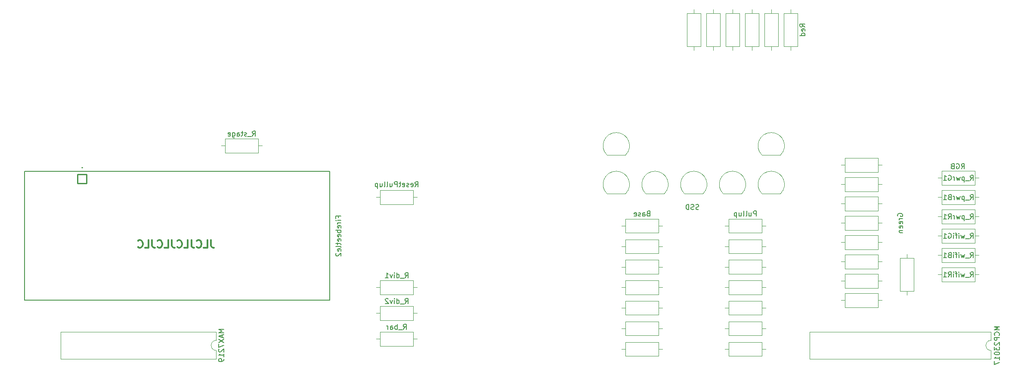
<source format=gbo>
%TF.GenerationSoftware,KiCad,Pcbnew,7.0.9*%
%TF.CreationDate,2023-12-15T21:18:20+02:00*%
%TF.ProjectId,loadshedding,6c6f6164-7368-4656-9464-696e672e6b69,1*%
%TF.SameCoordinates,Original*%
%TF.FileFunction,Legend,Bot*%
%TF.FilePolarity,Positive*%
%FSLAX46Y46*%
G04 Gerber Fmt 4.6, Leading zero omitted, Abs format (unit mm)*
G04 Created by KiCad (PCBNEW 7.0.9) date 2023-12-15 21:18:20*
%MOMM*%
%LPD*%
G01*
G04 APERTURE LIST*
G04 Aperture macros list*
%AMRoundRect*
0 Rectangle with rounded corners*
0 $1 Rounding radius*
0 $2 $3 $4 $5 $6 $7 $8 $9 X,Y pos of 4 corners*
0 Add a 4 corners polygon primitive as box body*
4,1,4,$2,$3,$4,$5,$6,$7,$8,$9,$2,$3,0*
0 Add four circle primitives for the rounded corners*
1,1,$1+$1,$2,$3*
1,1,$1+$1,$4,$5*
1,1,$1+$1,$6,$7*
1,1,$1+$1,$8,$9*
0 Add four rect primitives between the rounded corners*
20,1,$1+$1,$2,$3,$4,$5,0*
20,1,$1+$1,$4,$5,$6,$7,0*
20,1,$1+$1,$6,$7,$8,$9,0*
20,1,$1+$1,$8,$9,$2,$3,0*%
G04 Aperture macros list end*
%ADD10C,0.300000*%
%ADD11C,0.150000*%
%ADD12C,0.120000*%
%ADD13C,0.127000*%
%ADD14C,0.200000*%
%ADD15R,1.800000X1.800000*%
%ADD16C,1.800000*%
%ADD17C,1.524000*%
%ADD18R,1.700000X1.700000*%
%ADD19C,1.700000*%
%ADD20C,2.600000*%
%ADD21R,1.600000X1.600000*%
%ADD22C,1.600000*%
%ADD23C,2.000000*%
%ADD24O,1.600000X1.600000*%
%ADD25R,1.050000X1.500000*%
%ADD26O,1.050000X1.500000*%
%ADD27RoundRect,0.102000X-0.900000X0.900000X-0.900000X-0.900000X0.900000X-0.900000X0.900000X0.900000X0*%
%ADD28C,2.004000*%
G04 APERTURE END LIST*
D10*
X126016917Y-160860828D02*
X126016917Y-161932257D01*
X126016917Y-161932257D02*
X126088346Y-162146542D01*
X126088346Y-162146542D02*
X126231203Y-162289400D01*
X126231203Y-162289400D02*
X126445489Y-162360828D01*
X126445489Y-162360828D02*
X126588346Y-162360828D01*
X124588346Y-162360828D02*
X125302632Y-162360828D01*
X125302632Y-162360828D02*
X125302632Y-160860828D01*
X123231203Y-162217971D02*
X123302631Y-162289400D01*
X123302631Y-162289400D02*
X123516917Y-162360828D01*
X123516917Y-162360828D02*
X123659774Y-162360828D01*
X123659774Y-162360828D02*
X123874060Y-162289400D01*
X123874060Y-162289400D02*
X124016917Y-162146542D01*
X124016917Y-162146542D02*
X124088346Y-162003685D01*
X124088346Y-162003685D02*
X124159774Y-161717971D01*
X124159774Y-161717971D02*
X124159774Y-161503685D01*
X124159774Y-161503685D02*
X124088346Y-161217971D01*
X124088346Y-161217971D02*
X124016917Y-161075114D01*
X124016917Y-161075114D02*
X123874060Y-160932257D01*
X123874060Y-160932257D02*
X123659774Y-160860828D01*
X123659774Y-160860828D02*
X123516917Y-160860828D01*
X123516917Y-160860828D02*
X123302631Y-160932257D01*
X123302631Y-160932257D02*
X123231203Y-161003685D01*
X122159774Y-160860828D02*
X122159774Y-161932257D01*
X122159774Y-161932257D02*
X122231203Y-162146542D01*
X122231203Y-162146542D02*
X122374060Y-162289400D01*
X122374060Y-162289400D02*
X122588346Y-162360828D01*
X122588346Y-162360828D02*
X122731203Y-162360828D01*
X120731203Y-162360828D02*
X121445489Y-162360828D01*
X121445489Y-162360828D02*
X121445489Y-160860828D01*
X119374060Y-162217971D02*
X119445488Y-162289400D01*
X119445488Y-162289400D02*
X119659774Y-162360828D01*
X119659774Y-162360828D02*
X119802631Y-162360828D01*
X119802631Y-162360828D02*
X120016917Y-162289400D01*
X120016917Y-162289400D02*
X120159774Y-162146542D01*
X120159774Y-162146542D02*
X120231203Y-162003685D01*
X120231203Y-162003685D02*
X120302631Y-161717971D01*
X120302631Y-161717971D02*
X120302631Y-161503685D01*
X120302631Y-161503685D02*
X120231203Y-161217971D01*
X120231203Y-161217971D02*
X120159774Y-161075114D01*
X120159774Y-161075114D02*
X120016917Y-160932257D01*
X120016917Y-160932257D02*
X119802631Y-160860828D01*
X119802631Y-160860828D02*
X119659774Y-160860828D01*
X119659774Y-160860828D02*
X119445488Y-160932257D01*
X119445488Y-160932257D02*
X119374060Y-161003685D01*
X118302631Y-160860828D02*
X118302631Y-161932257D01*
X118302631Y-161932257D02*
X118374060Y-162146542D01*
X118374060Y-162146542D02*
X118516917Y-162289400D01*
X118516917Y-162289400D02*
X118731203Y-162360828D01*
X118731203Y-162360828D02*
X118874060Y-162360828D01*
X116874060Y-162360828D02*
X117588346Y-162360828D01*
X117588346Y-162360828D02*
X117588346Y-160860828D01*
X115516917Y-162217971D02*
X115588345Y-162289400D01*
X115588345Y-162289400D02*
X115802631Y-162360828D01*
X115802631Y-162360828D02*
X115945488Y-162360828D01*
X115945488Y-162360828D02*
X116159774Y-162289400D01*
X116159774Y-162289400D02*
X116302631Y-162146542D01*
X116302631Y-162146542D02*
X116374060Y-162003685D01*
X116374060Y-162003685D02*
X116445488Y-161717971D01*
X116445488Y-161717971D02*
X116445488Y-161503685D01*
X116445488Y-161503685D02*
X116374060Y-161217971D01*
X116374060Y-161217971D02*
X116302631Y-161075114D01*
X116302631Y-161075114D02*
X116159774Y-160932257D01*
X116159774Y-160932257D02*
X115945488Y-160860828D01*
X115945488Y-160860828D02*
X115802631Y-160860828D01*
X115802631Y-160860828D02*
X115588345Y-160932257D01*
X115588345Y-160932257D02*
X115516917Y-161003685D01*
X114445488Y-160860828D02*
X114445488Y-161932257D01*
X114445488Y-161932257D02*
X114516917Y-162146542D01*
X114516917Y-162146542D02*
X114659774Y-162289400D01*
X114659774Y-162289400D02*
X114874060Y-162360828D01*
X114874060Y-162360828D02*
X115016917Y-162360828D01*
X113016917Y-162360828D02*
X113731203Y-162360828D01*
X113731203Y-162360828D02*
X113731203Y-160860828D01*
X111659774Y-162217971D02*
X111731202Y-162289400D01*
X111731202Y-162289400D02*
X111945488Y-162360828D01*
X111945488Y-162360828D02*
X112088345Y-162360828D01*
X112088345Y-162360828D02*
X112302631Y-162289400D01*
X112302631Y-162289400D02*
X112445488Y-162146542D01*
X112445488Y-162146542D02*
X112516917Y-162003685D01*
X112516917Y-162003685D02*
X112588345Y-161717971D01*
X112588345Y-161717971D02*
X112588345Y-161503685D01*
X112588345Y-161503685D02*
X112516917Y-161217971D01*
X112516917Y-161217971D02*
X112445488Y-161075114D01*
X112445488Y-161075114D02*
X112302631Y-160932257D01*
X112302631Y-160932257D02*
X112088345Y-160860828D01*
X112088345Y-160860828D02*
X111945488Y-160860828D01*
X111945488Y-160860828D02*
X111731202Y-160932257D01*
X111731202Y-160932257D02*
X111659774Y-161003685D01*
D11*
X273625351Y-146769086D02*
X273958684Y-146292895D01*
X274196779Y-146769086D02*
X274196779Y-145769086D01*
X274196779Y-145769086D02*
X273815827Y-145769086D01*
X273815827Y-145769086D02*
X273720589Y-145816705D01*
X273720589Y-145816705D02*
X273672970Y-145864324D01*
X273672970Y-145864324D02*
X273625351Y-145959562D01*
X273625351Y-145959562D02*
X273625351Y-146102419D01*
X273625351Y-146102419D02*
X273672970Y-146197657D01*
X273672970Y-146197657D02*
X273720589Y-146245276D01*
X273720589Y-146245276D02*
X273815827Y-146292895D01*
X273815827Y-146292895D02*
X274196779Y-146292895D01*
X272672970Y-145816705D02*
X272768208Y-145769086D01*
X272768208Y-145769086D02*
X272911065Y-145769086D01*
X272911065Y-145769086D02*
X273053922Y-145816705D01*
X273053922Y-145816705D02*
X273149160Y-145911943D01*
X273149160Y-145911943D02*
X273196779Y-146007181D01*
X273196779Y-146007181D02*
X273244398Y-146197657D01*
X273244398Y-146197657D02*
X273244398Y-146340514D01*
X273244398Y-146340514D02*
X273196779Y-146530990D01*
X273196779Y-146530990D02*
X273149160Y-146626228D01*
X273149160Y-146626228D02*
X273053922Y-146721467D01*
X273053922Y-146721467D02*
X272911065Y-146769086D01*
X272911065Y-146769086D02*
X272815827Y-146769086D01*
X272815827Y-146769086D02*
X272672970Y-146721467D01*
X272672970Y-146721467D02*
X272625351Y-146673847D01*
X272625351Y-146673847D02*
X272625351Y-146340514D01*
X272625351Y-146340514D02*
X272815827Y-146340514D01*
X271863446Y-146245276D02*
X271720589Y-146292895D01*
X271720589Y-146292895D02*
X271672970Y-146340514D01*
X271672970Y-146340514D02*
X271625351Y-146435752D01*
X271625351Y-146435752D02*
X271625351Y-146578609D01*
X271625351Y-146578609D02*
X271672970Y-146673847D01*
X271672970Y-146673847D02*
X271720589Y-146721467D01*
X271720589Y-146721467D02*
X271815827Y-146769086D01*
X271815827Y-146769086D02*
X272196779Y-146769086D01*
X272196779Y-146769086D02*
X272196779Y-145769086D01*
X272196779Y-145769086D02*
X271863446Y-145769086D01*
X271863446Y-145769086D02*
X271768208Y-145816705D01*
X271768208Y-145816705D02*
X271720589Y-145864324D01*
X271720589Y-145864324D02*
X271672970Y-145959562D01*
X271672970Y-145959562D02*
X271672970Y-146054800D01*
X271672970Y-146054800D02*
X271720589Y-146150038D01*
X271720589Y-146150038D02*
X271768208Y-146197657D01*
X271768208Y-146197657D02*
X271863446Y-146245276D01*
X271863446Y-146245276D02*
X272196779Y-146245276D01*
X221960839Y-154762200D02*
X221817982Y-154809819D01*
X221817982Y-154809819D02*
X221579887Y-154809819D01*
X221579887Y-154809819D02*
X221484649Y-154762200D01*
X221484649Y-154762200D02*
X221437030Y-154714580D01*
X221437030Y-154714580D02*
X221389411Y-154619342D01*
X221389411Y-154619342D02*
X221389411Y-154524104D01*
X221389411Y-154524104D02*
X221437030Y-154428866D01*
X221437030Y-154428866D02*
X221484649Y-154381247D01*
X221484649Y-154381247D02*
X221579887Y-154333628D01*
X221579887Y-154333628D02*
X221770363Y-154286009D01*
X221770363Y-154286009D02*
X221865601Y-154238390D01*
X221865601Y-154238390D02*
X221913220Y-154190771D01*
X221913220Y-154190771D02*
X221960839Y-154095533D01*
X221960839Y-154095533D02*
X221960839Y-154000295D01*
X221960839Y-154000295D02*
X221913220Y-153905057D01*
X221913220Y-153905057D02*
X221865601Y-153857438D01*
X221865601Y-153857438D02*
X221770363Y-153809819D01*
X221770363Y-153809819D02*
X221532268Y-153809819D01*
X221532268Y-153809819D02*
X221389411Y-153857438D01*
X221008458Y-154762200D02*
X220865601Y-154809819D01*
X220865601Y-154809819D02*
X220627506Y-154809819D01*
X220627506Y-154809819D02*
X220532268Y-154762200D01*
X220532268Y-154762200D02*
X220484649Y-154714580D01*
X220484649Y-154714580D02*
X220437030Y-154619342D01*
X220437030Y-154619342D02*
X220437030Y-154524104D01*
X220437030Y-154524104D02*
X220484649Y-154428866D01*
X220484649Y-154428866D02*
X220532268Y-154381247D01*
X220532268Y-154381247D02*
X220627506Y-154333628D01*
X220627506Y-154333628D02*
X220817982Y-154286009D01*
X220817982Y-154286009D02*
X220913220Y-154238390D01*
X220913220Y-154238390D02*
X220960839Y-154190771D01*
X220960839Y-154190771D02*
X221008458Y-154095533D01*
X221008458Y-154095533D02*
X221008458Y-154000295D01*
X221008458Y-154000295D02*
X220960839Y-153905057D01*
X220960839Y-153905057D02*
X220913220Y-153857438D01*
X220913220Y-153857438D02*
X220817982Y-153809819D01*
X220817982Y-153809819D02*
X220579887Y-153809819D01*
X220579887Y-153809819D02*
X220437030Y-153857438D01*
X220008458Y-154809819D02*
X220008458Y-153809819D01*
X220008458Y-153809819D02*
X219770363Y-153809819D01*
X219770363Y-153809819D02*
X219627506Y-153857438D01*
X219627506Y-153857438D02*
X219532268Y-153952676D01*
X219532268Y-153952676D02*
X219484649Y-154047914D01*
X219484649Y-154047914D02*
X219437030Y-154238390D01*
X219437030Y-154238390D02*
X219437030Y-154381247D01*
X219437030Y-154381247D02*
X219484649Y-154571723D01*
X219484649Y-154571723D02*
X219532268Y-154666961D01*
X219532268Y-154666961D02*
X219627506Y-154762200D01*
X219627506Y-154762200D02*
X219770363Y-154809819D01*
X219770363Y-154809819D02*
X220008458Y-154809819D01*
X134175238Y-140324819D02*
X134508571Y-139848628D01*
X134746666Y-140324819D02*
X134746666Y-139324819D01*
X134746666Y-139324819D02*
X134365714Y-139324819D01*
X134365714Y-139324819D02*
X134270476Y-139372438D01*
X134270476Y-139372438D02*
X134222857Y-139420057D01*
X134222857Y-139420057D02*
X134175238Y-139515295D01*
X134175238Y-139515295D02*
X134175238Y-139658152D01*
X134175238Y-139658152D02*
X134222857Y-139753390D01*
X134222857Y-139753390D02*
X134270476Y-139801009D01*
X134270476Y-139801009D02*
X134365714Y-139848628D01*
X134365714Y-139848628D02*
X134746666Y-139848628D01*
X133984762Y-140420057D02*
X133222857Y-140420057D01*
X133032380Y-140277200D02*
X132937142Y-140324819D01*
X132937142Y-140324819D02*
X132746666Y-140324819D01*
X132746666Y-140324819D02*
X132651428Y-140277200D01*
X132651428Y-140277200D02*
X132603809Y-140181961D01*
X132603809Y-140181961D02*
X132603809Y-140134342D01*
X132603809Y-140134342D02*
X132651428Y-140039104D01*
X132651428Y-140039104D02*
X132746666Y-139991485D01*
X132746666Y-139991485D02*
X132889523Y-139991485D01*
X132889523Y-139991485D02*
X132984761Y-139943866D01*
X132984761Y-139943866D02*
X133032380Y-139848628D01*
X133032380Y-139848628D02*
X133032380Y-139801009D01*
X133032380Y-139801009D02*
X132984761Y-139705771D01*
X132984761Y-139705771D02*
X132889523Y-139658152D01*
X132889523Y-139658152D02*
X132746666Y-139658152D01*
X132746666Y-139658152D02*
X132651428Y-139705771D01*
X132318094Y-139658152D02*
X131937142Y-139658152D01*
X132175237Y-139324819D02*
X132175237Y-140181961D01*
X132175237Y-140181961D02*
X132127618Y-140277200D01*
X132127618Y-140277200D02*
X132032380Y-140324819D01*
X132032380Y-140324819D02*
X131937142Y-140324819D01*
X131175237Y-140324819D02*
X131175237Y-139801009D01*
X131175237Y-139801009D02*
X131222856Y-139705771D01*
X131222856Y-139705771D02*
X131318094Y-139658152D01*
X131318094Y-139658152D02*
X131508570Y-139658152D01*
X131508570Y-139658152D02*
X131603808Y-139705771D01*
X131175237Y-140277200D02*
X131270475Y-140324819D01*
X131270475Y-140324819D02*
X131508570Y-140324819D01*
X131508570Y-140324819D02*
X131603808Y-140277200D01*
X131603808Y-140277200D02*
X131651427Y-140181961D01*
X131651427Y-140181961D02*
X131651427Y-140086723D01*
X131651427Y-140086723D02*
X131603808Y-139991485D01*
X131603808Y-139991485D02*
X131508570Y-139943866D01*
X131508570Y-139943866D02*
X131270475Y-139943866D01*
X131270475Y-139943866D02*
X131175237Y-139896247D01*
X130270475Y-139658152D02*
X130270475Y-140467676D01*
X130270475Y-140467676D02*
X130318094Y-140562914D01*
X130318094Y-140562914D02*
X130365713Y-140610533D01*
X130365713Y-140610533D02*
X130460951Y-140658152D01*
X130460951Y-140658152D02*
X130603808Y-140658152D01*
X130603808Y-140658152D02*
X130699046Y-140610533D01*
X130270475Y-140277200D02*
X130365713Y-140324819D01*
X130365713Y-140324819D02*
X130556189Y-140324819D01*
X130556189Y-140324819D02*
X130651427Y-140277200D01*
X130651427Y-140277200D02*
X130699046Y-140229580D01*
X130699046Y-140229580D02*
X130746665Y-140134342D01*
X130746665Y-140134342D02*
X130746665Y-139848628D01*
X130746665Y-139848628D02*
X130699046Y-139753390D01*
X130699046Y-139753390D02*
X130651427Y-139705771D01*
X130651427Y-139705771D02*
X130556189Y-139658152D01*
X130556189Y-139658152D02*
X130365713Y-139658152D01*
X130365713Y-139658152D02*
X130270475Y-139705771D01*
X129413332Y-140277200D02*
X129508570Y-140324819D01*
X129508570Y-140324819D02*
X129699046Y-140324819D01*
X129699046Y-140324819D02*
X129794284Y-140277200D01*
X129794284Y-140277200D02*
X129841903Y-140181961D01*
X129841903Y-140181961D02*
X129841903Y-139801009D01*
X129841903Y-139801009D02*
X129794284Y-139705771D01*
X129794284Y-139705771D02*
X129699046Y-139658152D01*
X129699046Y-139658152D02*
X129508570Y-139658152D01*
X129508570Y-139658152D02*
X129413332Y-139705771D01*
X129413332Y-139705771D02*
X129365713Y-139801009D01*
X129365713Y-139801009D02*
X129365713Y-139896247D01*
X129365713Y-139896247D02*
X129841903Y-139991485D01*
X166179048Y-150314819D02*
X166512381Y-149838628D01*
X166750476Y-150314819D02*
X166750476Y-149314819D01*
X166750476Y-149314819D02*
X166369524Y-149314819D01*
X166369524Y-149314819D02*
X166274286Y-149362438D01*
X166274286Y-149362438D02*
X166226667Y-149410057D01*
X166226667Y-149410057D02*
X166179048Y-149505295D01*
X166179048Y-149505295D02*
X166179048Y-149648152D01*
X166179048Y-149648152D02*
X166226667Y-149743390D01*
X166226667Y-149743390D02*
X166274286Y-149791009D01*
X166274286Y-149791009D02*
X166369524Y-149838628D01*
X166369524Y-149838628D02*
X166750476Y-149838628D01*
X165369524Y-150267200D02*
X165464762Y-150314819D01*
X165464762Y-150314819D02*
X165655238Y-150314819D01*
X165655238Y-150314819D02*
X165750476Y-150267200D01*
X165750476Y-150267200D02*
X165798095Y-150171961D01*
X165798095Y-150171961D02*
X165798095Y-149791009D01*
X165798095Y-149791009D02*
X165750476Y-149695771D01*
X165750476Y-149695771D02*
X165655238Y-149648152D01*
X165655238Y-149648152D02*
X165464762Y-149648152D01*
X165464762Y-149648152D02*
X165369524Y-149695771D01*
X165369524Y-149695771D02*
X165321905Y-149791009D01*
X165321905Y-149791009D02*
X165321905Y-149886247D01*
X165321905Y-149886247D02*
X165798095Y-149981485D01*
X164940952Y-150267200D02*
X164845714Y-150314819D01*
X164845714Y-150314819D02*
X164655238Y-150314819D01*
X164655238Y-150314819D02*
X164560000Y-150267200D01*
X164560000Y-150267200D02*
X164512381Y-150171961D01*
X164512381Y-150171961D02*
X164512381Y-150124342D01*
X164512381Y-150124342D02*
X164560000Y-150029104D01*
X164560000Y-150029104D02*
X164655238Y-149981485D01*
X164655238Y-149981485D02*
X164798095Y-149981485D01*
X164798095Y-149981485D02*
X164893333Y-149933866D01*
X164893333Y-149933866D02*
X164940952Y-149838628D01*
X164940952Y-149838628D02*
X164940952Y-149791009D01*
X164940952Y-149791009D02*
X164893333Y-149695771D01*
X164893333Y-149695771D02*
X164798095Y-149648152D01*
X164798095Y-149648152D02*
X164655238Y-149648152D01*
X164655238Y-149648152D02*
X164560000Y-149695771D01*
X163702857Y-150267200D02*
X163798095Y-150314819D01*
X163798095Y-150314819D02*
X163988571Y-150314819D01*
X163988571Y-150314819D02*
X164083809Y-150267200D01*
X164083809Y-150267200D02*
X164131428Y-150171961D01*
X164131428Y-150171961D02*
X164131428Y-149791009D01*
X164131428Y-149791009D02*
X164083809Y-149695771D01*
X164083809Y-149695771D02*
X163988571Y-149648152D01*
X163988571Y-149648152D02*
X163798095Y-149648152D01*
X163798095Y-149648152D02*
X163702857Y-149695771D01*
X163702857Y-149695771D02*
X163655238Y-149791009D01*
X163655238Y-149791009D02*
X163655238Y-149886247D01*
X163655238Y-149886247D02*
X164131428Y-149981485D01*
X163369523Y-149648152D02*
X162988571Y-149648152D01*
X163226666Y-149314819D02*
X163226666Y-150171961D01*
X163226666Y-150171961D02*
X163179047Y-150267200D01*
X163179047Y-150267200D02*
X163083809Y-150314819D01*
X163083809Y-150314819D02*
X162988571Y-150314819D01*
X162655237Y-150314819D02*
X162655237Y-149314819D01*
X162655237Y-149314819D02*
X162274285Y-149314819D01*
X162274285Y-149314819D02*
X162179047Y-149362438D01*
X162179047Y-149362438D02*
X162131428Y-149410057D01*
X162131428Y-149410057D02*
X162083809Y-149505295D01*
X162083809Y-149505295D02*
X162083809Y-149648152D01*
X162083809Y-149648152D02*
X162131428Y-149743390D01*
X162131428Y-149743390D02*
X162179047Y-149791009D01*
X162179047Y-149791009D02*
X162274285Y-149838628D01*
X162274285Y-149838628D02*
X162655237Y-149838628D01*
X161226666Y-149648152D02*
X161226666Y-150314819D01*
X161655237Y-149648152D02*
X161655237Y-150171961D01*
X161655237Y-150171961D02*
X161607618Y-150267200D01*
X161607618Y-150267200D02*
X161512380Y-150314819D01*
X161512380Y-150314819D02*
X161369523Y-150314819D01*
X161369523Y-150314819D02*
X161274285Y-150267200D01*
X161274285Y-150267200D02*
X161226666Y-150219580D01*
X160607618Y-150314819D02*
X160702856Y-150267200D01*
X160702856Y-150267200D02*
X160750475Y-150171961D01*
X160750475Y-150171961D02*
X160750475Y-149314819D01*
X160083808Y-150314819D02*
X160179046Y-150267200D01*
X160179046Y-150267200D02*
X160226665Y-150171961D01*
X160226665Y-150171961D02*
X160226665Y-149314819D01*
X159274284Y-149648152D02*
X159274284Y-150314819D01*
X159702855Y-149648152D02*
X159702855Y-150171961D01*
X159702855Y-150171961D02*
X159655236Y-150267200D01*
X159655236Y-150267200D02*
X159559998Y-150314819D01*
X159559998Y-150314819D02*
X159417141Y-150314819D01*
X159417141Y-150314819D02*
X159321903Y-150267200D01*
X159321903Y-150267200D02*
X159274284Y-150219580D01*
X158798093Y-149648152D02*
X158798093Y-150648152D01*
X158798093Y-149695771D02*
X158702855Y-149648152D01*
X158702855Y-149648152D02*
X158512379Y-149648152D01*
X158512379Y-149648152D02*
X158417141Y-149695771D01*
X158417141Y-149695771D02*
X158369522Y-149743390D01*
X158369522Y-149743390D02*
X158321903Y-149838628D01*
X158321903Y-149838628D02*
X158321903Y-150124342D01*
X158321903Y-150124342D02*
X158369522Y-150219580D01*
X158369522Y-150219580D02*
X158417141Y-150267200D01*
X158417141Y-150267200D02*
X158512379Y-150314819D01*
X158512379Y-150314819D02*
X158702855Y-150314819D01*
X158702855Y-150314819D02*
X158798093Y-150267200D01*
X275383333Y-160474819D02*
X275716666Y-159998628D01*
X275954761Y-160474819D02*
X275954761Y-159474819D01*
X275954761Y-159474819D02*
X275573809Y-159474819D01*
X275573809Y-159474819D02*
X275478571Y-159522438D01*
X275478571Y-159522438D02*
X275430952Y-159570057D01*
X275430952Y-159570057D02*
X275383333Y-159665295D01*
X275383333Y-159665295D02*
X275383333Y-159808152D01*
X275383333Y-159808152D02*
X275430952Y-159903390D01*
X275430952Y-159903390D02*
X275478571Y-159951009D01*
X275478571Y-159951009D02*
X275573809Y-159998628D01*
X275573809Y-159998628D02*
X275954761Y-159998628D01*
X275192857Y-160570057D02*
X274430952Y-160570057D01*
X274288094Y-159808152D02*
X274097618Y-160474819D01*
X274097618Y-160474819D02*
X273907142Y-159998628D01*
X273907142Y-159998628D02*
X273716666Y-160474819D01*
X273716666Y-160474819D02*
X273526190Y-159808152D01*
X273145237Y-160474819D02*
X273145237Y-159808152D01*
X273145237Y-159474819D02*
X273192856Y-159522438D01*
X273192856Y-159522438D02*
X273145237Y-159570057D01*
X273145237Y-159570057D02*
X273097618Y-159522438D01*
X273097618Y-159522438D02*
X273145237Y-159474819D01*
X273145237Y-159474819D02*
X273145237Y-159570057D01*
X272811904Y-159808152D02*
X272430952Y-159808152D01*
X272669047Y-160474819D02*
X272669047Y-159617676D01*
X272669047Y-159617676D02*
X272621428Y-159522438D01*
X272621428Y-159522438D02*
X272526190Y-159474819D01*
X272526190Y-159474819D02*
X272430952Y-159474819D01*
X272097618Y-160474819D02*
X272097618Y-159808152D01*
X272097618Y-159474819D02*
X272145237Y-159522438D01*
X272145237Y-159522438D02*
X272097618Y-159570057D01*
X272097618Y-159570057D02*
X272049999Y-159522438D01*
X272049999Y-159522438D02*
X272097618Y-159474819D01*
X272097618Y-159474819D02*
X272097618Y-159570057D01*
X271097619Y-159522438D02*
X271192857Y-159474819D01*
X271192857Y-159474819D02*
X271335714Y-159474819D01*
X271335714Y-159474819D02*
X271478571Y-159522438D01*
X271478571Y-159522438D02*
X271573809Y-159617676D01*
X271573809Y-159617676D02*
X271621428Y-159712914D01*
X271621428Y-159712914D02*
X271669047Y-159903390D01*
X271669047Y-159903390D02*
X271669047Y-160046247D01*
X271669047Y-160046247D02*
X271621428Y-160236723D01*
X271621428Y-160236723D02*
X271573809Y-160331961D01*
X271573809Y-160331961D02*
X271478571Y-160427200D01*
X271478571Y-160427200D02*
X271335714Y-160474819D01*
X271335714Y-160474819D02*
X271240476Y-160474819D01*
X271240476Y-160474819D02*
X271097619Y-160427200D01*
X271097619Y-160427200D02*
X271050000Y-160379580D01*
X271050000Y-160379580D02*
X271050000Y-160046247D01*
X271050000Y-160046247D02*
X271240476Y-160046247D01*
X270097619Y-160474819D02*
X270669047Y-160474819D01*
X270383333Y-160474819D02*
X270383333Y-159474819D01*
X270383333Y-159474819D02*
X270478571Y-159617676D01*
X270478571Y-159617676D02*
X270573809Y-159712914D01*
X270573809Y-159712914D02*
X270669047Y-159760533D01*
X164179047Y-173344819D02*
X164512380Y-172868628D01*
X164750475Y-173344819D02*
X164750475Y-172344819D01*
X164750475Y-172344819D02*
X164369523Y-172344819D01*
X164369523Y-172344819D02*
X164274285Y-172392438D01*
X164274285Y-172392438D02*
X164226666Y-172440057D01*
X164226666Y-172440057D02*
X164179047Y-172535295D01*
X164179047Y-172535295D02*
X164179047Y-172678152D01*
X164179047Y-172678152D02*
X164226666Y-172773390D01*
X164226666Y-172773390D02*
X164274285Y-172821009D01*
X164274285Y-172821009D02*
X164369523Y-172868628D01*
X164369523Y-172868628D02*
X164750475Y-172868628D01*
X163988571Y-173440057D02*
X163226666Y-173440057D01*
X162559999Y-173344819D02*
X162559999Y-172344819D01*
X162559999Y-173297200D02*
X162655237Y-173344819D01*
X162655237Y-173344819D02*
X162845713Y-173344819D01*
X162845713Y-173344819D02*
X162940951Y-173297200D01*
X162940951Y-173297200D02*
X162988570Y-173249580D01*
X162988570Y-173249580D02*
X163036189Y-173154342D01*
X163036189Y-173154342D02*
X163036189Y-172868628D01*
X163036189Y-172868628D02*
X162988570Y-172773390D01*
X162988570Y-172773390D02*
X162940951Y-172725771D01*
X162940951Y-172725771D02*
X162845713Y-172678152D01*
X162845713Y-172678152D02*
X162655237Y-172678152D01*
X162655237Y-172678152D02*
X162559999Y-172725771D01*
X162083808Y-173344819D02*
X162083808Y-172678152D01*
X162083808Y-172344819D02*
X162131427Y-172392438D01*
X162131427Y-172392438D02*
X162083808Y-172440057D01*
X162083808Y-172440057D02*
X162036189Y-172392438D01*
X162036189Y-172392438D02*
X162083808Y-172344819D01*
X162083808Y-172344819D02*
X162083808Y-172440057D01*
X161702856Y-172678152D02*
X161464761Y-173344819D01*
X161464761Y-173344819D02*
X161226666Y-172678152D01*
X160893332Y-172440057D02*
X160845713Y-172392438D01*
X160845713Y-172392438D02*
X160750475Y-172344819D01*
X160750475Y-172344819D02*
X160512380Y-172344819D01*
X160512380Y-172344819D02*
X160417142Y-172392438D01*
X160417142Y-172392438D02*
X160369523Y-172440057D01*
X160369523Y-172440057D02*
X160321904Y-172535295D01*
X160321904Y-172535295D02*
X160321904Y-172630533D01*
X160321904Y-172630533D02*
X160369523Y-172773390D01*
X160369523Y-172773390D02*
X160940951Y-173344819D01*
X160940951Y-173344819D02*
X160321904Y-173344819D01*
X281124819Y-177895714D02*
X280124819Y-177895714D01*
X280124819Y-177895714D02*
X280839104Y-178229047D01*
X280839104Y-178229047D02*
X280124819Y-178562380D01*
X280124819Y-178562380D02*
X281124819Y-178562380D01*
X281029580Y-179609999D02*
X281077200Y-179562380D01*
X281077200Y-179562380D02*
X281124819Y-179419523D01*
X281124819Y-179419523D02*
X281124819Y-179324285D01*
X281124819Y-179324285D02*
X281077200Y-179181428D01*
X281077200Y-179181428D02*
X280981961Y-179086190D01*
X280981961Y-179086190D02*
X280886723Y-179038571D01*
X280886723Y-179038571D02*
X280696247Y-178990952D01*
X280696247Y-178990952D02*
X280553390Y-178990952D01*
X280553390Y-178990952D02*
X280362914Y-179038571D01*
X280362914Y-179038571D02*
X280267676Y-179086190D01*
X280267676Y-179086190D02*
X280172438Y-179181428D01*
X280172438Y-179181428D02*
X280124819Y-179324285D01*
X280124819Y-179324285D02*
X280124819Y-179419523D01*
X280124819Y-179419523D02*
X280172438Y-179562380D01*
X280172438Y-179562380D02*
X280220057Y-179609999D01*
X281124819Y-180038571D02*
X280124819Y-180038571D01*
X280124819Y-180038571D02*
X280124819Y-180419523D01*
X280124819Y-180419523D02*
X280172438Y-180514761D01*
X280172438Y-180514761D02*
X280220057Y-180562380D01*
X280220057Y-180562380D02*
X280315295Y-180609999D01*
X280315295Y-180609999D02*
X280458152Y-180609999D01*
X280458152Y-180609999D02*
X280553390Y-180562380D01*
X280553390Y-180562380D02*
X280601009Y-180514761D01*
X280601009Y-180514761D02*
X280648628Y-180419523D01*
X280648628Y-180419523D02*
X280648628Y-180038571D01*
X280220057Y-180990952D02*
X280172438Y-181038571D01*
X280172438Y-181038571D02*
X280124819Y-181133809D01*
X280124819Y-181133809D02*
X280124819Y-181371904D01*
X280124819Y-181371904D02*
X280172438Y-181467142D01*
X280172438Y-181467142D02*
X280220057Y-181514761D01*
X280220057Y-181514761D02*
X280315295Y-181562380D01*
X280315295Y-181562380D02*
X280410533Y-181562380D01*
X280410533Y-181562380D02*
X280553390Y-181514761D01*
X280553390Y-181514761D02*
X281124819Y-180943333D01*
X281124819Y-180943333D02*
X281124819Y-181562380D01*
X280124819Y-181895714D02*
X280124819Y-182514761D01*
X280124819Y-182514761D02*
X280505771Y-182181428D01*
X280505771Y-182181428D02*
X280505771Y-182324285D01*
X280505771Y-182324285D02*
X280553390Y-182419523D01*
X280553390Y-182419523D02*
X280601009Y-182467142D01*
X280601009Y-182467142D02*
X280696247Y-182514761D01*
X280696247Y-182514761D02*
X280934342Y-182514761D01*
X280934342Y-182514761D02*
X281029580Y-182467142D01*
X281029580Y-182467142D02*
X281077200Y-182419523D01*
X281077200Y-182419523D02*
X281124819Y-182324285D01*
X281124819Y-182324285D02*
X281124819Y-182038571D01*
X281124819Y-182038571D02*
X281077200Y-181943333D01*
X281077200Y-181943333D02*
X281029580Y-181895714D01*
X280124819Y-183133809D02*
X280124819Y-183229047D01*
X280124819Y-183229047D02*
X280172438Y-183324285D01*
X280172438Y-183324285D02*
X280220057Y-183371904D01*
X280220057Y-183371904D02*
X280315295Y-183419523D01*
X280315295Y-183419523D02*
X280505771Y-183467142D01*
X280505771Y-183467142D02*
X280743866Y-183467142D01*
X280743866Y-183467142D02*
X280934342Y-183419523D01*
X280934342Y-183419523D02*
X281029580Y-183371904D01*
X281029580Y-183371904D02*
X281077200Y-183324285D01*
X281077200Y-183324285D02*
X281124819Y-183229047D01*
X281124819Y-183229047D02*
X281124819Y-183133809D01*
X281124819Y-183133809D02*
X281077200Y-183038571D01*
X281077200Y-183038571D02*
X281029580Y-182990952D01*
X281029580Y-182990952D02*
X280934342Y-182943333D01*
X280934342Y-182943333D02*
X280743866Y-182895714D01*
X280743866Y-182895714D02*
X280505771Y-182895714D01*
X280505771Y-182895714D02*
X280315295Y-182943333D01*
X280315295Y-182943333D02*
X280220057Y-182990952D01*
X280220057Y-182990952D02*
X280172438Y-183038571D01*
X280172438Y-183038571D02*
X280124819Y-183133809D01*
X281124819Y-184419523D02*
X281124819Y-183848095D01*
X281124819Y-184133809D02*
X280124819Y-184133809D01*
X280124819Y-184133809D02*
X280267676Y-184038571D01*
X280267676Y-184038571D02*
X280362914Y-183943333D01*
X280362914Y-183943333D02*
X280410533Y-183848095D01*
X280124819Y-184752857D02*
X280124819Y-185419523D01*
X280124819Y-185419523D02*
X281124819Y-184990952D01*
X261122438Y-156122856D02*
X261074819Y-156027618D01*
X261074819Y-156027618D02*
X261074819Y-155884761D01*
X261074819Y-155884761D02*
X261122438Y-155741904D01*
X261122438Y-155741904D02*
X261217676Y-155646666D01*
X261217676Y-155646666D02*
X261312914Y-155599047D01*
X261312914Y-155599047D02*
X261503390Y-155551428D01*
X261503390Y-155551428D02*
X261646247Y-155551428D01*
X261646247Y-155551428D02*
X261836723Y-155599047D01*
X261836723Y-155599047D02*
X261931961Y-155646666D01*
X261931961Y-155646666D02*
X262027200Y-155741904D01*
X262027200Y-155741904D02*
X262074819Y-155884761D01*
X262074819Y-155884761D02*
X262074819Y-155979999D01*
X262074819Y-155979999D02*
X262027200Y-156122856D01*
X262027200Y-156122856D02*
X261979580Y-156170475D01*
X261979580Y-156170475D02*
X261646247Y-156170475D01*
X261646247Y-156170475D02*
X261646247Y-155979999D01*
X262074819Y-156599047D02*
X261408152Y-156599047D01*
X261598628Y-156599047D02*
X261503390Y-156646666D01*
X261503390Y-156646666D02*
X261455771Y-156694285D01*
X261455771Y-156694285D02*
X261408152Y-156789523D01*
X261408152Y-156789523D02*
X261408152Y-156884761D01*
X262027200Y-157599047D02*
X262074819Y-157503809D01*
X262074819Y-157503809D02*
X262074819Y-157313333D01*
X262074819Y-157313333D02*
X262027200Y-157218095D01*
X262027200Y-157218095D02*
X261931961Y-157170476D01*
X261931961Y-157170476D02*
X261551009Y-157170476D01*
X261551009Y-157170476D02*
X261455771Y-157218095D01*
X261455771Y-157218095D02*
X261408152Y-157313333D01*
X261408152Y-157313333D02*
X261408152Y-157503809D01*
X261408152Y-157503809D02*
X261455771Y-157599047D01*
X261455771Y-157599047D02*
X261551009Y-157646666D01*
X261551009Y-157646666D02*
X261646247Y-157646666D01*
X261646247Y-157646666D02*
X261741485Y-157170476D01*
X262027200Y-158456190D02*
X262074819Y-158360952D01*
X262074819Y-158360952D02*
X262074819Y-158170476D01*
X262074819Y-158170476D02*
X262027200Y-158075238D01*
X262027200Y-158075238D02*
X261931961Y-158027619D01*
X261931961Y-158027619D02*
X261551009Y-158027619D01*
X261551009Y-158027619D02*
X261455771Y-158075238D01*
X261455771Y-158075238D02*
X261408152Y-158170476D01*
X261408152Y-158170476D02*
X261408152Y-158360952D01*
X261408152Y-158360952D02*
X261455771Y-158456190D01*
X261455771Y-158456190D02*
X261551009Y-158503809D01*
X261551009Y-158503809D02*
X261646247Y-158503809D01*
X261646247Y-158503809D02*
X261741485Y-158027619D01*
X261408152Y-158932381D02*
X262074819Y-158932381D01*
X261503390Y-158932381D02*
X261455771Y-158980000D01*
X261455771Y-158980000D02*
X261408152Y-159075238D01*
X261408152Y-159075238D02*
X261408152Y-159218095D01*
X261408152Y-159218095D02*
X261455771Y-159313333D01*
X261455771Y-159313333D02*
X261551009Y-159360952D01*
X261551009Y-159360952D02*
X262074819Y-159360952D01*
X212034285Y-155591009D02*
X211891428Y-155638628D01*
X211891428Y-155638628D02*
X211843809Y-155686247D01*
X211843809Y-155686247D02*
X211796190Y-155781485D01*
X211796190Y-155781485D02*
X211796190Y-155924342D01*
X211796190Y-155924342D02*
X211843809Y-156019580D01*
X211843809Y-156019580D02*
X211891428Y-156067200D01*
X211891428Y-156067200D02*
X211986666Y-156114819D01*
X211986666Y-156114819D02*
X212367618Y-156114819D01*
X212367618Y-156114819D02*
X212367618Y-155114819D01*
X212367618Y-155114819D02*
X212034285Y-155114819D01*
X212034285Y-155114819D02*
X211939047Y-155162438D01*
X211939047Y-155162438D02*
X211891428Y-155210057D01*
X211891428Y-155210057D02*
X211843809Y-155305295D01*
X211843809Y-155305295D02*
X211843809Y-155400533D01*
X211843809Y-155400533D02*
X211891428Y-155495771D01*
X211891428Y-155495771D02*
X211939047Y-155543390D01*
X211939047Y-155543390D02*
X212034285Y-155591009D01*
X212034285Y-155591009D02*
X212367618Y-155591009D01*
X210939047Y-156114819D02*
X210939047Y-155591009D01*
X210939047Y-155591009D02*
X210986666Y-155495771D01*
X210986666Y-155495771D02*
X211081904Y-155448152D01*
X211081904Y-155448152D02*
X211272380Y-155448152D01*
X211272380Y-155448152D02*
X211367618Y-155495771D01*
X210939047Y-156067200D02*
X211034285Y-156114819D01*
X211034285Y-156114819D02*
X211272380Y-156114819D01*
X211272380Y-156114819D02*
X211367618Y-156067200D01*
X211367618Y-156067200D02*
X211415237Y-155971961D01*
X211415237Y-155971961D02*
X211415237Y-155876723D01*
X211415237Y-155876723D02*
X211367618Y-155781485D01*
X211367618Y-155781485D02*
X211272380Y-155733866D01*
X211272380Y-155733866D02*
X211034285Y-155733866D01*
X211034285Y-155733866D02*
X210939047Y-155686247D01*
X210510475Y-156067200D02*
X210415237Y-156114819D01*
X210415237Y-156114819D02*
X210224761Y-156114819D01*
X210224761Y-156114819D02*
X210129523Y-156067200D01*
X210129523Y-156067200D02*
X210081904Y-155971961D01*
X210081904Y-155971961D02*
X210081904Y-155924342D01*
X210081904Y-155924342D02*
X210129523Y-155829104D01*
X210129523Y-155829104D02*
X210224761Y-155781485D01*
X210224761Y-155781485D02*
X210367618Y-155781485D01*
X210367618Y-155781485D02*
X210462856Y-155733866D01*
X210462856Y-155733866D02*
X210510475Y-155638628D01*
X210510475Y-155638628D02*
X210510475Y-155591009D01*
X210510475Y-155591009D02*
X210462856Y-155495771D01*
X210462856Y-155495771D02*
X210367618Y-155448152D01*
X210367618Y-155448152D02*
X210224761Y-155448152D01*
X210224761Y-155448152D02*
X210129523Y-155495771D01*
X209272380Y-156067200D02*
X209367618Y-156114819D01*
X209367618Y-156114819D02*
X209558094Y-156114819D01*
X209558094Y-156114819D02*
X209653332Y-156067200D01*
X209653332Y-156067200D02*
X209700951Y-155971961D01*
X209700951Y-155971961D02*
X209700951Y-155591009D01*
X209700951Y-155591009D02*
X209653332Y-155495771D01*
X209653332Y-155495771D02*
X209558094Y-155448152D01*
X209558094Y-155448152D02*
X209367618Y-155448152D01*
X209367618Y-155448152D02*
X209272380Y-155495771D01*
X209272380Y-155495771D02*
X209224761Y-155591009D01*
X209224761Y-155591009D02*
X209224761Y-155686247D01*
X209224761Y-155686247D02*
X209700951Y-155781485D01*
X275383333Y-164284819D02*
X275716666Y-163808628D01*
X275954761Y-164284819D02*
X275954761Y-163284819D01*
X275954761Y-163284819D02*
X275573809Y-163284819D01*
X275573809Y-163284819D02*
X275478571Y-163332438D01*
X275478571Y-163332438D02*
X275430952Y-163380057D01*
X275430952Y-163380057D02*
X275383333Y-163475295D01*
X275383333Y-163475295D02*
X275383333Y-163618152D01*
X275383333Y-163618152D02*
X275430952Y-163713390D01*
X275430952Y-163713390D02*
X275478571Y-163761009D01*
X275478571Y-163761009D02*
X275573809Y-163808628D01*
X275573809Y-163808628D02*
X275954761Y-163808628D01*
X275192857Y-164380057D02*
X274430952Y-164380057D01*
X274288094Y-163618152D02*
X274097618Y-164284819D01*
X274097618Y-164284819D02*
X273907142Y-163808628D01*
X273907142Y-163808628D02*
X273716666Y-164284819D01*
X273716666Y-164284819D02*
X273526190Y-163618152D01*
X273145237Y-164284819D02*
X273145237Y-163618152D01*
X273145237Y-163284819D02*
X273192856Y-163332438D01*
X273192856Y-163332438D02*
X273145237Y-163380057D01*
X273145237Y-163380057D02*
X273097618Y-163332438D01*
X273097618Y-163332438D02*
X273145237Y-163284819D01*
X273145237Y-163284819D02*
X273145237Y-163380057D01*
X272811904Y-163618152D02*
X272430952Y-163618152D01*
X272669047Y-164284819D02*
X272669047Y-163427676D01*
X272669047Y-163427676D02*
X272621428Y-163332438D01*
X272621428Y-163332438D02*
X272526190Y-163284819D01*
X272526190Y-163284819D02*
X272430952Y-163284819D01*
X272097618Y-164284819D02*
X272097618Y-163618152D01*
X272097618Y-163284819D02*
X272145237Y-163332438D01*
X272145237Y-163332438D02*
X272097618Y-163380057D01*
X272097618Y-163380057D02*
X272049999Y-163332438D01*
X272049999Y-163332438D02*
X272097618Y-163284819D01*
X272097618Y-163284819D02*
X272097618Y-163380057D01*
X271288095Y-163761009D02*
X271145238Y-163808628D01*
X271145238Y-163808628D02*
X271097619Y-163856247D01*
X271097619Y-163856247D02*
X271050000Y-163951485D01*
X271050000Y-163951485D02*
X271050000Y-164094342D01*
X271050000Y-164094342D02*
X271097619Y-164189580D01*
X271097619Y-164189580D02*
X271145238Y-164237200D01*
X271145238Y-164237200D02*
X271240476Y-164284819D01*
X271240476Y-164284819D02*
X271621428Y-164284819D01*
X271621428Y-164284819D02*
X271621428Y-163284819D01*
X271621428Y-163284819D02*
X271288095Y-163284819D01*
X271288095Y-163284819D02*
X271192857Y-163332438D01*
X271192857Y-163332438D02*
X271145238Y-163380057D01*
X271145238Y-163380057D02*
X271097619Y-163475295D01*
X271097619Y-163475295D02*
X271097619Y-163570533D01*
X271097619Y-163570533D02*
X271145238Y-163665771D01*
X271145238Y-163665771D02*
X271192857Y-163713390D01*
X271192857Y-163713390D02*
X271288095Y-163761009D01*
X271288095Y-163761009D02*
X271621428Y-163761009D01*
X270097619Y-164284819D02*
X270669047Y-164284819D01*
X270383333Y-164284819D02*
X270383333Y-163284819D01*
X270383333Y-163284819D02*
X270478571Y-163427676D01*
X270478571Y-163427676D02*
X270573809Y-163522914D01*
X270573809Y-163522914D02*
X270669047Y-163570533D01*
X275383333Y-149044819D02*
X275716666Y-148568628D01*
X275954761Y-149044819D02*
X275954761Y-148044819D01*
X275954761Y-148044819D02*
X275573809Y-148044819D01*
X275573809Y-148044819D02*
X275478571Y-148092438D01*
X275478571Y-148092438D02*
X275430952Y-148140057D01*
X275430952Y-148140057D02*
X275383333Y-148235295D01*
X275383333Y-148235295D02*
X275383333Y-148378152D01*
X275383333Y-148378152D02*
X275430952Y-148473390D01*
X275430952Y-148473390D02*
X275478571Y-148521009D01*
X275478571Y-148521009D02*
X275573809Y-148568628D01*
X275573809Y-148568628D02*
X275954761Y-148568628D01*
X275192857Y-149140057D02*
X274430952Y-149140057D01*
X274192856Y-148378152D02*
X274192856Y-149378152D01*
X274192856Y-148425771D02*
X274097618Y-148378152D01*
X274097618Y-148378152D02*
X273907142Y-148378152D01*
X273907142Y-148378152D02*
X273811904Y-148425771D01*
X273811904Y-148425771D02*
X273764285Y-148473390D01*
X273764285Y-148473390D02*
X273716666Y-148568628D01*
X273716666Y-148568628D02*
X273716666Y-148854342D01*
X273716666Y-148854342D02*
X273764285Y-148949580D01*
X273764285Y-148949580D02*
X273811904Y-148997200D01*
X273811904Y-148997200D02*
X273907142Y-149044819D01*
X273907142Y-149044819D02*
X274097618Y-149044819D01*
X274097618Y-149044819D02*
X274192856Y-148997200D01*
X273383332Y-148378152D02*
X273192856Y-149044819D01*
X273192856Y-149044819D02*
X273002380Y-148568628D01*
X273002380Y-148568628D02*
X272811904Y-149044819D01*
X272811904Y-149044819D02*
X272621428Y-148378152D01*
X272240475Y-149044819D02*
X272240475Y-148378152D01*
X272240475Y-148568628D02*
X272192856Y-148473390D01*
X272192856Y-148473390D02*
X272145237Y-148425771D01*
X272145237Y-148425771D02*
X272049999Y-148378152D01*
X272049999Y-148378152D02*
X271954761Y-148378152D01*
X271097618Y-148092438D02*
X271192856Y-148044819D01*
X271192856Y-148044819D02*
X271335713Y-148044819D01*
X271335713Y-148044819D02*
X271478570Y-148092438D01*
X271478570Y-148092438D02*
X271573808Y-148187676D01*
X271573808Y-148187676D02*
X271621427Y-148282914D01*
X271621427Y-148282914D02*
X271669046Y-148473390D01*
X271669046Y-148473390D02*
X271669046Y-148616247D01*
X271669046Y-148616247D02*
X271621427Y-148806723D01*
X271621427Y-148806723D02*
X271573808Y-148901961D01*
X271573808Y-148901961D02*
X271478570Y-148997200D01*
X271478570Y-148997200D02*
X271335713Y-149044819D01*
X271335713Y-149044819D02*
X271240475Y-149044819D01*
X271240475Y-149044819D02*
X271097618Y-148997200D01*
X271097618Y-148997200D02*
X271049999Y-148949580D01*
X271049999Y-148949580D02*
X271049999Y-148616247D01*
X271049999Y-148616247D02*
X271240475Y-148616247D01*
X270097618Y-149044819D02*
X270669046Y-149044819D01*
X270383332Y-149044819D02*
X270383332Y-148044819D01*
X270383332Y-148044819D02*
X270478570Y-148187676D01*
X270478570Y-148187676D02*
X270573808Y-148282914D01*
X270573808Y-148282914D02*
X270669046Y-148330533D01*
X275383333Y-152854819D02*
X275716666Y-152378628D01*
X275954761Y-152854819D02*
X275954761Y-151854819D01*
X275954761Y-151854819D02*
X275573809Y-151854819D01*
X275573809Y-151854819D02*
X275478571Y-151902438D01*
X275478571Y-151902438D02*
X275430952Y-151950057D01*
X275430952Y-151950057D02*
X275383333Y-152045295D01*
X275383333Y-152045295D02*
X275383333Y-152188152D01*
X275383333Y-152188152D02*
X275430952Y-152283390D01*
X275430952Y-152283390D02*
X275478571Y-152331009D01*
X275478571Y-152331009D02*
X275573809Y-152378628D01*
X275573809Y-152378628D02*
X275954761Y-152378628D01*
X275192857Y-152950057D02*
X274430952Y-152950057D01*
X274192856Y-152188152D02*
X274192856Y-153188152D01*
X274192856Y-152235771D02*
X274097618Y-152188152D01*
X274097618Y-152188152D02*
X273907142Y-152188152D01*
X273907142Y-152188152D02*
X273811904Y-152235771D01*
X273811904Y-152235771D02*
X273764285Y-152283390D01*
X273764285Y-152283390D02*
X273716666Y-152378628D01*
X273716666Y-152378628D02*
X273716666Y-152664342D01*
X273716666Y-152664342D02*
X273764285Y-152759580D01*
X273764285Y-152759580D02*
X273811904Y-152807200D01*
X273811904Y-152807200D02*
X273907142Y-152854819D01*
X273907142Y-152854819D02*
X274097618Y-152854819D01*
X274097618Y-152854819D02*
X274192856Y-152807200D01*
X273383332Y-152188152D02*
X273192856Y-152854819D01*
X273192856Y-152854819D02*
X273002380Y-152378628D01*
X273002380Y-152378628D02*
X272811904Y-152854819D01*
X272811904Y-152854819D02*
X272621428Y-152188152D01*
X272240475Y-152854819D02*
X272240475Y-152188152D01*
X272240475Y-152378628D02*
X272192856Y-152283390D01*
X272192856Y-152283390D02*
X272145237Y-152235771D01*
X272145237Y-152235771D02*
X272049999Y-152188152D01*
X272049999Y-152188152D02*
X271954761Y-152188152D01*
X271288094Y-152331009D02*
X271145237Y-152378628D01*
X271145237Y-152378628D02*
X271097618Y-152426247D01*
X271097618Y-152426247D02*
X271049999Y-152521485D01*
X271049999Y-152521485D02*
X271049999Y-152664342D01*
X271049999Y-152664342D02*
X271097618Y-152759580D01*
X271097618Y-152759580D02*
X271145237Y-152807200D01*
X271145237Y-152807200D02*
X271240475Y-152854819D01*
X271240475Y-152854819D02*
X271621427Y-152854819D01*
X271621427Y-152854819D02*
X271621427Y-151854819D01*
X271621427Y-151854819D02*
X271288094Y-151854819D01*
X271288094Y-151854819D02*
X271192856Y-151902438D01*
X271192856Y-151902438D02*
X271145237Y-151950057D01*
X271145237Y-151950057D02*
X271097618Y-152045295D01*
X271097618Y-152045295D02*
X271097618Y-152140533D01*
X271097618Y-152140533D02*
X271145237Y-152235771D01*
X271145237Y-152235771D02*
X271192856Y-152283390D01*
X271192856Y-152283390D02*
X271288094Y-152331009D01*
X271288094Y-152331009D02*
X271621427Y-152331009D01*
X270097618Y-152854819D02*
X270669046Y-152854819D01*
X270383332Y-152854819D02*
X270383332Y-151854819D01*
X270383332Y-151854819D02*
X270478570Y-151997676D01*
X270478570Y-151997676D02*
X270573808Y-152092914D01*
X270573808Y-152092914D02*
X270669046Y-152140533D01*
X128514819Y-178467143D02*
X127514819Y-178467143D01*
X127514819Y-178467143D02*
X128229104Y-178800476D01*
X128229104Y-178800476D02*
X127514819Y-179133809D01*
X127514819Y-179133809D02*
X128514819Y-179133809D01*
X128229104Y-179562381D02*
X128229104Y-180038571D01*
X128514819Y-179467143D02*
X127514819Y-179800476D01*
X127514819Y-179800476D02*
X128514819Y-180133809D01*
X127514819Y-180371905D02*
X128514819Y-181038571D01*
X127514819Y-181038571D02*
X128514819Y-180371905D01*
X127514819Y-181324286D02*
X127514819Y-181990952D01*
X127514819Y-181990952D02*
X128514819Y-181562381D01*
X127610057Y-182324286D02*
X127562438Y-182371905D01*
X127562438Y-182371905D02*
X127514819Y-182467143D01*
X127514819Y-182467143D02*
X127514819Y-182705238D01*
X127514819Y-182705238D02*
X127562438Y-182800476D01*
X127562438Y-182800476D02*
X127610057Y-182848095D01*
X127610057Y-182848095D02*
X127705295Y-182895714D01*
X127705295Y-182895714D02*
X127800533Y-182895714D01*
X127800533Y-182895714D02*
X127943390Y-182848095D01*
X127943390Y-182848095D02*
X128514819Y-182276667D01*
X128514819Y-182276667D02*
X128514819Y-182895714D01*
X128514819Y-183848095D02*
X128514819Y-183276667D01*
X128514819Y-183562381D02*
X127514819Y-183562381D01*
X127514819Y-183562381D02*
X127657676Y-183467143D01*
X127657676Y-183467143D02*
X127752914Y-183371905D01*
X127752914Y-183371905D02*
X127800533Y-183276667D01*
X128514819Y-184324286D02*
X128514819Y-184514762D01*
X128514819Y-184514762D02*
X128467200Y-184610000D01*
X128467200Y-184610000D02*
X128419580Y-184657619D01*
X128419580Y-184657619D02*
X128276723Y-184752857D01*
X128276723Y-184752857D02*
X128086247Y-184800476D01*
X128086247Y-184800476D02*
X127705295Y-184800476D01*
X127705295Y-184800476D02*
X127610057Y-184752857D01*
X127610057Y-184752857D02*
X127562438Y-184705238D01*
X127562438Y-184705238D02*
X127514819Y-184610000D01*
X127514819Y-184610000D02*
X127514819Y-184419524D01*
X127514819Y-184419524D02*
X127562438Y-184324286D01*
X127562438Y-184324286D02*
X127610057Y-184276667D01*
X127610057Y-184276667D02*
X127705295Y-184229048D01*
X127705295Y-184229048D02*
X127943390Y-184229048D01*
X127943390Y-184229048D02*
X128038628Y-184276667D01*
X128038628Y-184276667D02*
X128086247Y-184324286D01*
X128086247Y-184324286D02*
X128133866Y-184419524D01*
X128133866Y-184419524D02*
X128133866Y-184610000D01*
X128133866Y-184610000D02*
X128086247Y-184705238D01*
X128086247Y-184705238D02*
X128038628Y-184752857D01*
X128038628Y-184752857D02*
X127943390Y-184800476D01*
X233282857Y-156114819D02*
X233282857Y-155114819D01*
X233282857Y-155114819D02*
X232901905Y-155114819D01*
X232901905Y-155114819D02*
X232806667Y-155162438D01*
X232806667Y-155162438D02*
X232759048Y-155210057D01*
X232759048Y-155210057D02*
X232711429Y-155305295D01*
X232711429Y-155305295D02*
X232711429Y-155448152D01*
X232711429Y-155448152D02*
X232759048Y-155543390D01*
X232759048Y-155543390D02*
X232806667Y-155591009D01*
X232806667Y-155591009D02*
X232901905Y-155638628D01*
X232901905Y-155638628D02*
X233282857Y-155638628D01*
X231854286Y-155448152D02*
X231854286Y-156114819D01*
X232282857Y-155448152D02*
X232282857Y-155971961D01*
X232282857Y-155971961D02*
X232235238Y-156067200D01*
X232235238Y-156067200D02*
X232140000Y-156114819D01*
X232140000Y-156114819D02*
X231997143Y-156114819D01*
X231997143Y-156114819D02*
X231901905Y-156067200D01*
X231901905Y-156067200D02*
X231854286Y-156019580D01*
X231235238Y-156114819D02*
X231330476Y-156067200D01*
X231330476Y-156067200D02*
X231378095Y-155971961D01*
X231378095Y-155971961D02*
X231378095Y-155114819D01*
X230711428Y-156114819D02*
X230806666Y-156067200D01*
X230806666Y-156067200D02*
X230854285Y-155971961D01*
X230854285Y-155971961D02*
X230854285Y-155114819D01*
X229901904Y-155448152D02*
X229901904Y-156114819D01*
X230330475Y-155448152D02*
X230330475Y-155971961D01*
X230330475Y-155971961D02*
X230282856Y-156067200D01*
X230282856Y-156067200D02*
X230187618Y-156114819D01*
X230187618Y-156114819D02*
X230044761Y-156114819D01*
X230044761Y-156114819D02*
X229949523Y-156067200D01*
X229949523Y-156067200D02*
X229901904Y-156019580D01*
X229425713Y-155448152D02*
X229425713Y-156448152D01*
X229425713Y-155495771D02*
X229330475Y-155448152D01*
X229330475Y-155448152D02*
X229139999Y-155448152D01*
X229139999Y-155448152D02*
X229044761Y-155495771D01*
X229044761Y-155495771D02*
X228997142Y-155543390D01*
X228997142Y-155543390D02*
X228949523Y-155638628D01*
X228949523Y-155638628D02*
X228949523Y-155924342D01*
X228949523Y-155924342D02*
X228997142Y-156019580D01*
X228997142Y-156019580D02*
X229044761Y-156067200D01*
X229044761Y-156067200D02*
X229139999Y-156114819D01*
X229139999Y-156114819D02*
X229330475Y-156114819D01*
X229330475Y-156114819D02*
X229425713Y-156067200D01*
X151061009Y-156424761D02*
X151061009Y-156091428D01*
X151584819Y-156091428D02*
X150584819Y-156091428D01*
X150584819Y-156091428D02*
X150584819Y-156567618D01*
X151584819Y-156948571D02*
X150918152Y-156948571D01*
X150584819Y-156948571D02*
X150632438Y-156900952D01*
X150632438Y-156900952D02*
X150680057Y-156948571D01*
X150680057Y-156948571D02*
X150632438Y-156996190D01*
X150632438Y-156996190D02*
X150584819Y-156948571D01*
X150584819Y-156948571D02*
X150680057Y-156948571D01*
X151584819Y-157424761D02*
X150918152Y-157424761D01*
X151108628Y-157424761D02*
X151013390Y-157472380D01*
X151013390Y-157472380D02*
X150965771Y-157519999D01*
X150965771Y-157519999D02*
X150918152Y-157615237D01*
X150918152Y-157615237D02*
X150918152Y-157710475D01*
X151537200Y-158424761D02*
X151584819Y-158329523D01*
X151584819Y-158329523D02*
X151584819Y-158139047D01*
X151584819Y-158139047D02*
X151537200Y-158043809D01*
X151537200Y-158043809D02*
X151441961Y-157996190D01*
X151441961Y-157996190D02*
X151061009Y-157996190D01*
X151061009Y-157996190D02*
X150965771Y-158043809D01*
X150965771Y-158043809D02*
X150918152Y-158139047D01*
X150918152Y-158139047D02*
X150918152Y-158329523D01*
X150918152Y-158329523D02*
X150965771Y-158424761D01*
X150965771Y-158424761D02*
X151061009Y-158472380D01*
X151061009Y-158472380D02*
X151156247Y-158472380D01*
X151156247Y-158472380D02*
X151251485Y-157996190D01*
X151584819Y-158900952D02*
X150584819Y-158900952D01*
X150965771Y-158900952D02*
X150918152Y-158996190D01*
X150918152Y-158996190D02*
X150918152Y-159186666D01*
X150918152Y-159186666D02*
X150965771Y-159281904D01*
X150965771Y-159281904D02*
X151013390Y-159329523D01*
X151013390Y-159329523D02*
X151108628Y-159377142D01*
X151108628Y-159377142D02*
X151394342Y-159377142D01*
X151394342Y-159377142D02*
X151489580Y-159329523D01*
X151489580Y-159329523D02*
X151537200Y-159281904D01*
X151537200Y-159281904D02*
X151584819Y-159186666D01*
X151584819Y-159186666D02*
X151584819Y-158996190D01*
X151584819Y-158996190D02*
X151537200Y-158900952D01*
X151537200Y-160186666D02*
X151584819Y-160091428D01*
X151584819Y-160091428D02*
X151584819Y-159900952D01*
X151584819Y-159900952D02*
X151537200Y-159805714D01*
X151537200Y-159805714D02*
X151441961Y-159758095D01*
X151441961Y-159758095D02*
X151061009Y-159758095D01*
X151061009Y-159758095D02*
X150965771Y-159805714D01*
X150965771Y-159805714D02*
X150918152Y-159900952D01*
X150918152Y-159900952D02*
X150918152Y-160091428D01*
X150918152Y-160091428D02*
X150965771Y-160186666D01*
X150965771Y-160186666D02*
X151061009Y-160234285D01*
X151061009Y-160234285D02*
X151156247Y-160234285D01*
X151156247Y-160234285D02*
X151251485Y-159758095D01*
X151537200Y-161043809D02*
X151584819Y-160948571D01*
X151584819Y-160948571D02*
X151584819Y-160758095D01*
X151584819Y-160758095D02*
X151537200Y-160662857D01*
X151537200Y-160662857D02*
X151441961Y-160615238D01*
X151441961Y-160615238D02*
X151061009Y-160615238D01*
X151061009Y-160615238D02*
X150965771Y-160662857D01*
X150965771Y-160662857D02*
X150918152Y-160758095D01*
X150918152Y-160758095D02*
X150918152Y-160948571D01*
X150918152Y-160948571D02*
X150965771Y-161043809D01*
X150965771Y-161043809D02*
X151061009Y-161091428D01*
X151061009Y-161091428D02*
X151156247Y-161091428D01*
X151156247Y-161091428D02*
X151251485Y-160615238D01*
X150918152Y-161377143D02*
X150918152Y-161758095D01*
X150584819Y-161520000D02*
X151441961Y-161520000D01*
X151441961Y-161520000D02*
X151537200Y-161567619D01*
X151537200Y-161567619D02*
X151584819Y-161662857D01*
X151584819Y-161662857D02*
X151584819Y-161758095D01*
X151584819Y-162234286D02*
X151537200Y-162139048D01*
X151537200Y-162139048D02*
X151441961Y-162091429D01*
X151441961Y-162091429D02*
X150584819Y-162091429D01*
X151537200Y-162996191D02*
X151584819Y-162900953D01*
X151584819Y-162900953D02*
X151584819Y-162710477D01*
X151584819Y-162710477D02*
X151537200Y-162615239D01*
X151537200Y-162615239D02*
X151441961Y-162567620D01*
X151441961Y-162567620D02*
X151061009Y-162567620D01*
X151061009Y-162567620D02*
X150965771Y-162615239D01*
X150965771Y-162615239D02*
X150918152Y-162710477D01*
X150918152Y-162710477D02*
X150918152Y-162900953D01*
X150918152Y-162900953D02*
X150965771Y-162996191D01*
X150965771Y-162996191D02*
X151061009Y-163043810D01*
X151061009Y-163043810D02*
X151156247Y-163043810D01*
X151156247Y-163043810D02*
X151251485Y-162567620D01*
X150680057Y-163424763D02*
X150632438Y-163472382D01*
X150632438Y-163472382D02*
X150584819Y-163567620D01*
X150584819Y-163567620D02*
X150584819Y-163805715D01*
X150584819Y-163805715D02*
X150632438Y-163900953D01*
X150632438Y-163900953D02*
X150680057Y-163948572D01*
X150680057Y-163948572D02*
X150775295Y-163996191D01*
X150775295Y-163996191D02*
X150870533Y-163996191D01*
X150870533Y-163996191D02*
X151013390Y-163948572D01*
X151013390Y-163948572D02*
X151584819Y-163377144D01*
X151584819Y-163377144D02*
X151584819Y-163996191D01*
X164179047Y-168264819D02*
X164512380Y-167788628D01*
X164750475Y-168264819D02*
X164750475Y-167264819D01*
X164750475Y-167264819D02*
X164369523Y-167264819D01*
X164369523Y-167264819D02*
X164274285Y-167312438D01*
X164274285Y-167312438D02*
X164226666Y-167360057D01*
X164226666Y-167360057D02*
X164179047Y-167455295D01*
X164179047Y-167455295D02*
X164179047Y-167598152D01*
X164179047Y-167598152D02*
X164226666Y-167693390D01*
X164226666Y-167693390D02*
X164274285Y-167741009D01*
X164274285Y-167741009D02*
X164369523Y-167788628D01*
X164369523Y-167788628D02*
X164750475Y-167788628D01*
X163988571Y-168360057D02*
X163226666Y-168360057D01*
X162559999Y-168264819D02*
X162559999Y-167264819D01*
X162559999Y-168217200D02*
X162655237Y-168264819D01*
X162655237Y-168264819D02*
X162845713Y-168264819D01*
X162845713Y-168264819D02*
X162940951Y-168217200D01*
X162940951Y-168217200D02*
X162988570Y-168169580D01*
X162988570Y-168169580D02*
X163036189Y-168074342D01*
X163036189Y-168074342D02*
X163036189Y-167788628D01*
X163036189Y-167788628D02*
X162988570Y-167693390D01*
X162988570Y-167693390D02*
X162940951Y-167645771D01*
X162940951Y-167645771D02*
X162845713Y-167598152D01*
X162845713Y-167598152D02*
X162655237Y-167598152D01*
X162655237Y-167598152D02*
X162559999Y-167645771D01*
X162083808Y-168264819D02*
X162083808Y-167598152D01*
X162083808Y-167264819D02*
X162131427Y-167312438D01*
X162131427Y-167312438D02*
X162083808Y-167360057D01*
X162083808Y-167360057D02*
X162036189Y-167312438D01*
X162036189Y-167312438D02*
X162083808Y-167264819D01*
X162083808Y-167264819D02*
X162083808Y-167360057D01*
X161702856Y-167598152D02*
X161464761Y-168264819D01*
X161464761Y-168264819D02*
X161226666Y-167598152D01*
X160321904Y-168264819D02*
X160893332Y-168264819D01*
X160607618Y-168264819D02*
X160607618Y-167264819D01*
X160607618Y-167264819D02*
X160702856Y-167407676D01*
X160702856Y-167407676D02*
X160798094Y-167502914D01*
X160798094Y-167502914D02*
X160893332Y-167550533D01*
X163845714Y-178424819D02*
X164179047Y-177948628D01*
X164417142Y-178424819D02*
X164417142Y-177424819D01*
X164417142Y-177424819D02*
X164036190Y-177424819D01*
X164036190Y-177424819D02*
X163940952Y-177472438D01*
X163940952Y-177472438D02*
X163893333Y-177520057D01*
X163893333Y-177520057D02*
X163845714Y-177615295D01*
X163845714Y-177615295D02*
X163845714Y-177758152D01*
X163845714Y-177758152D02*
X163893333Y-177853390D01*
X163893333Y-177853390D02*
X163940952Y-177901009D01*
X163940952Y-177901009D02*
X164036190Y-177948628D01*
X164036190Y-177948628D02*
X164417142Y-177948628D01*
X163655238Y-178520057D02*
X162893333Y-178520057D01*
X162655237Y-178424819D02*
X162655237Y-177424819D01*
X162655237Y-177805771D02*
X162559999Y-177758152D01*
X162559999Y-177758152D02*
X162369523Y-177758152D01*
X162369523Y-177758152D02*
X162274285Y-177805771D01*
X162274285Y-177805771D02*
X162226666Y-177853390D01*
X162226666Y-177853390D02*
X162179047Y-177948628D01*
X162179047Y-177948628D02*
X162179047Y-178234342D01*
X162179047Y-178234342D02*
X162226666Y-178329580D01*
X162226666Y-178329580D02*
X162274285Y-178377200D01*
X162274285Y-178377200D02*
X162369523Y-178424819D01*
X162369523Y-178424819D02*
X162559999Y-178424819D01*
X162559999Y-178424819D02*
X162655237Y-178377200D01*
X161321904Y-178424819D02*
X161321904Y-177901009D01*
X161321904Y-177901009D02*
X161369523Y-177805771D01*
X161369523Y-177805771D02*
X161464761Y-177758152D01*
X161464761Y-177758152D02*
X161655237Y-177758152D01*
X161655237Y-177758152D02*
X161750475Y-177805771D01*
X161321904Y-178377200D02*
X161417142Y-178424819D01*
X161417142Y-178424819D02*
X161655237Y-178424819D01*
X161655237Y-178424819D02*
X161750475Y-178377200D01*
X161750475Y-178377200D02*
X161798094Y-178281961D01*
X161798094Y-178281961D02*
X161798094Y-178186723D01*
X161798094Y-178186723D02*
X161750475Y-178091485D01*
X161750475Y-178091485D02*
X161655237Y-178043866D01*
X161655237Y-178043866D02*
X161417142Y-178043866D01*
X161417142Y-178043866D02*
X161321904Y-177996247D01*
X160845713Y-178424819D02*
X160845713Y-177758152D01*
X160845713Y-177948628D02*
X160798094Y-177853390D01*
X160798094Y-177853390D02*
X160750475Y-177805771D01*
X160750475Y-177805771D02*
X160655237Y-177758152D01*
X160655237Y-177758152D02*
X160559999Y-177758152D01*
X275383333Y-156664819D02*
X275716666Y-156188628D01*
X275954761Y-156664819D02*
X275954761Y-155664819D01*
X275954761Y-155664819D02*
X275573809Y-155664819D01*
X275573809Y-155664819D02*
X275478571Y-155712438D01*
X275478571Y-155712438D02*
X275430952Y-155760057D01*
X275430952Y-155760057D02*
X275383333Y-155855295D01*
X275383333Y-155855295D02*
X275383333Y-155998152D01*
X275383333Y-155998152D02*
X275430952Y-156093390D01*
X275430952Y-156093390D02*
X275478571Y-156141009D01*
X275478571Y-156141009D02*
X275573809Y-156188628D01*
X275573809Y-156188628D02*
X275954761Y-156188628D01*
X275192857Y-156760057D02*
X274430952Y-156760057D01*
X274192856Y-155998152D02*
X274192856Y-156998152D01*
X274192856Y-156045771D02*
X274097618Y-155998152D01*
X274097618Y-155998152D02*
X273907142Y-155998152D01*
X273907142Y-155998152D02*
X273811904Y-156045771D01*
X273811904Y-156045771D02*
X273764285Y-156093390D01*
X273764285Y-156093390D02*
X273716666Y-156188628D01*
X273716666Y-156188628D02*
X273716666Y-156474342D01*
X273716666Y-156474342D02*
X273764285Y-156569580D01*
X273764285Y-156569580D02*
X273811904Y-156617200D01*
X273811904Y-156617200D02*
X273907142Y-156664819D01*
X273907142Y-156664819D02*
X274097618Y-156664819D01*
X274097618Y-156664819D02*
X274192856Y-156617200D01*
X273383332Y-155998152D02*
X273192856Y-156664819D01*
X273192856Y-156664819D02*
X273002380Y-156188628D01*
X273002380Y-156188628D02*
X272811904Y-156664819D01*
X272811904Y-156664819D02*
X272621428Y-155998152D01*
X272240475Y-156664819D02*
X272240475Y-155998152D01*
X272240475Y-156188628D02*
X272192856Y-156093390D01*
X272192856Y-156093390D02*
X272145237Y-156045771D01*
X272145237Y-156045771D02*
X272049999Y-155998152D01*
X272049999Y-155998152D02*
X271954761Y-155998152D01*
X271049999Y-156664819D02*
X271383332Y-156188628D01*
X271621427Y-156664819D02*
X271621427Y-155664819D01*
X271621427Y-155664819D02*
X271240475Y-155664819D01*
X271240475Y-155664819D02*
X271145237Y-155712438D01*
X271145237Y-155712438D02*
X271097618Y-155760057D01*
X271097618Y-155760057D02*
X271049999Y-155855295D01*
X271049999Y-155855295D02*
X271049999Y-155998152D01*
X271049999Y-155998152D02*
X271097618Y-156093390D01*
X271097618Y-156093390D02*
X271145237Y-156141009D01*
X271145237Y-156141009D02*
X271240475Y-156188628D01*
X271240475Y-156188628D02*
X271621427Y-156188628D01*
X270097618Y-156664819D02*
X270669046Y-156664819D01*
X270383332Y-156664819D02*
X270383332Y-155664819D01*
X270383332Y-155664819D02*
X270478570Y-155807676D01*
X270478570Y-155807676D02*
X270573808Y-155902914D01*
X270573808Y-155902914D02*
X270669046Y-155950533D01*
X242854819Y-118808571D02*
X242378628Y-118475238D01*
X242854819Y-118237143D02*
X241854819Y-118237143D01*
X241854819Y-118237143D02*
X241854819Y-118618095D01*
X241854819Y-118618095D02*
X241902438Y-118713333D01*
X241902438Y-118713333D02*
X241950057Y-118760952D01*
X241950057Y-118760952D02*
X242045295Y-118808571D01*
X242045295Y-118808571D02*
X242188152Y-118808571D01*
X242188152Y-118808571D02*
X242283390Y-118760952D01*
X242283390Y-118760952D02*
X242331009Y-118713333D01*
X242331009Y-118713333D02*
X242378628Y-118618095D01*
X242378628Y-118618095D02*
X242378628Y-118237143D01*
X242807200Y-119618095D02*
X242854819Y-119522857D01*
X242854819Y-119522857D02*
X242854819Y-119332381D01*
X242854819Y-119332381D02*
X242807200Y-119237143D01*
X242807200Y-119237143D02*
X242711961Y-119189524D01*
X242711961Y-119189524D02*
X242331009Y-119189524D01*
X242331009Y-119189524D02*
X242235771Y-119237143D01*
X242235771Y-119237143D02*
X242188152Y-119332381D01*
X242188152Y-119332381D02*
X242188152Y-119522857D01*
X242188152Y-119522857D02*
X242235771Y-119618095D01*
X242235771Y-119618095D02*
X242331009Y-119665714D01*
X242331009Y-119665714D02*
X242426247Y-119665714D01*
X242426247Y-119665714D02*
X242521485Y-119189524D01*
X242854819Y-120522857D02*
X241854819Y-120522857D01*
X242807200Y-120522857D02*
X242854819Y-120427619D01*
X242854819Y-120427619D02*
X242854819Y-120237143D01*
X242854819Y-120237143D02*
X242807200Y-120141905D01*
X242807200Y-120141905D02*
X242759580Y-120094286D01*
X242759580Y-120094286D02*
X242664342Y-120046667D01*
X242664342Y-120046667D02*
X242378628Y-120046667D01*
X242378628Y-120046667D02*
X242283390Y-120094286D01*
X242283390Y-120094286D02*
X242235771Y-120141905D01*
X242235771Y-120141905D02*
X242188152Y-120237143D01*
X242188152Y-120237143D02*
X242188152Y-120427619D01*
X242188152Y-120427619D02*
X242235771Y-120522857D01*
X275383333Y-168094819D02*
X275716666Y-167618628D01*
X275954761Y-168094819D02*
X275954761Y-167094819D01*
X275954761Y-167094819D02*
X275573809Y-167094819D01*
X275573809Y-167094819D02*
X275478571Y-167142438D01*
X275478571Y-167142438D02*
X275430952Y-167190057D01*
X275430952Y-167190057D02*
X275383333Y-167285295D01*
X275383333Y-167285295D02*
X275383333Y-167428152D01*
X275383333Y-167428152D02*
X275430952Y-167523390D01*
X275430952Y-167523390D02*
X275478571Y-167571009D01*
X275478571Y-167571009D02*
X275573809Y-167618628D01*
X275573809Y-167618628D02*
X275954761Y-167618628D01*
X275192857Y-168190057D02*
X274430952Y-168190057D01*
X274288094Y-167428152D02*
X274097618Y-168094819D01*
X274097618Y-168094819D02*
X273907142Y-167618628D01*
X273907142Y-167618628D02*
X273716666Y-168094819D01*
X273716666Y-168094819D02*
X273526190Y-167428152D01*
X273145237Y-168094819D02*
X273145237Y-167428152D01*
X273145237Y-167094819D02*
X273192856Y-167142438D01*
X273192856Y-167142438D02*
X273145237Y-167190057D01*
X273145237Y-167190057D02*
X273097618Y-167142438D01*
X273097618Y-167142438D02*
X273145237Y-167094819D01*
X273145237Y-167094819D02*
X273145237Y-167190057D01*
X272811904Y-167428152D02*
X272430952Y-167428152D01*
X272669047Y-168094819D02*
X272669047Y-167237676D01*
X272669047Y-167237676D02*
X272621428Y-167142438D01*
X272621428Y-167142438D02*
X272526190Y-167094819D01*
X272526190Y-167094819D02*
X272430952Y-167094819D01*
X272097618Y-168094819D02*
X272097618Y-167428152D01*
X272097618Y-167094819D02*
X272145237Y-167142438D01*
X272145237Y-167142438D02*
X272097618Y-167190057D01*
X272097618Y-167190057D02*
X272049999Y-167142438D01*
X272049999Y-167142438D02*
X272097618Y-167094819D01*
X272097618Y-167094819D02*
X272097618Y-167190057D01*
X271050000Y-168094819D02*
X271383333Y-167618628D01*
X271621428Y-168094819D02*
X271621428Y-167094819D01*
X271621428Y-167094819D02*
X271240476Y-167094819D01*
X271240476Y-167094819D02*
X271145238Y-167142438D01*
X271145238Y-167142438D02*
X271097619Y-167190057D01*
X271097619Y-167190057D02*
X271050000Y-167285295D01*
X271050000Y-167285295D02*
X271050000Y-167428152D01*
X271050000Y-167428152D02*
X271097619Y-167523390D01*
X271097619Y-167523390D02*
X271145238Y-167571009D01*
X271145238Y-167571009D02*
X271240476Y-167618628D01*
X271240476Y-167618628D02*
X271621428Y-167618628D01*
X270097619Y-168094819D02*
X270669047Y-168094819D01*
X270383333Y-168094819D02*
X270383333Y-167094819D01*
X270383333Y-167094819D02*
X270478571Y-167237676D01*
X270478571Y-167237676D02*
X270573809Y-167332914D01*
X270573809Y-167332914D02*
X270669047Y-167380533D01*
D12*
%TO.C,R_stage*%
X136120000Y-142240000D02*
X135350000Y-142240000D01*
X135350000Y-143610000D02*
X128810000Y-143610000D01*
X135350000Y-140870000D02*
X135350000Y-143610000D01*
X128810000Y-143610000D02*
X128810000Y-140870000D01*
X128810000Y-140870000D02*
X135350000Y-140870000D01*
X128040000Y-142240000D02*
X128810000Y-142240000D01*
%TO.C,ResetPullup*%
X158520000Y-152400000D02*
X159290000Y-152400000D01*
X159290000Y-151030000D02*
X165830000Y-151030000D01*
X159290000Y-153770000D02*
X159290000Y-151030000D01*
X165830000Y-151030000D02*
X165830000Y-153770000D01*
X165830000Y-153770000D02*
X159290000Y-153770000D01*
X166600000Y-152400000D02*
X165830000Y-152400000D01*
%TO.C,R_Green8*%
X258040000Y-146050000D02*
X257270000Y-146050000D01*
X257270000Y-147420000D02*
X250730000Y-147420000D01*
X257270000Y-144680000D02*
X257270000Y-147420000D01*
X250730000Y-147420000D02*
X250730000Y-144680000D01*
X250730000Y-144680000D02*
X257270000Y-144680000D01*
X249960000Y-146050000D02*
X250730000Y-146050000D01*
%TO.C,R_wifiG1*%
X269010000Y-160020000D02*
X269780000Y-160020000D01*
X269780000Y-158650000D02*
X276320000Y-158650000D01*
X269780000Y-161390000D02*
X269780000Y-158650000D01*
X276320000Y-158650000D02*
X276320000Y-161390000D01*
X276320000Y-161390000D02*
X269780000Y-161390000D01*
X277090000Y-160020000D02*
X276320000Y-160020000D01*
%TO.C,Q3*%
X222780000Y-151710000D02*
X219180000Y-151710000D01*
X222818478Y-151698478D02*
G75*
G03*
X220980000Y-147260000I-1838478J1838478D01*
G01*
X220980000Y-147260000D02*
G75*
G03*
X219141522Y-151698478I0J-2600000D01*
G01*
%TO.C,SSD_pullup7*%
X235180000Y-182330000D02*
X234410000Y-182330000D01*
X234410000Y-183700000D02*
X227870000Y-183700000D01*
X234410000Y-180960000D02*
X234410000Y-183700000D01*
X227870000Y-183700000D02*
X227870000Y-180960000D01*
X227870000Y-180960000D02*
X234410000Y-180960000D01*
X227100000Y-182330000D02*
X227870000Y-182330000D01*
%TO.C,R_div2*%
X166600000Y-175260000D02*
X165830000Y-175260000D01*
X165830000Y-176630000D02*
X159290000Y-176630000D01*
X165830000Y-173890000D02*
X165830000Y-176630000D01*
X159290000Y-176630000D02*
X159290000Y-173890000D01*
X159290000Y-173890000D02*
X165830000Y-173890000D01*
X158520000Y-175260000D02*
X159290000Y-175260000D01*
%TO.C,Q1*%
X238020000Y-151710000D02*
X234420000Y-151710000D01*
X238058478Y-151698478D02*
G75*
G03*
X236220000Y-147260000I-1838478J1838478D01*
G01*
X236220000Y-147260000D02*
G75*
G03*
X234381522Y-151698478I0J-2600000D01*
G01*
%TO.C,Q6*%
X238020000Y-144090000D02*
X234420000Y-144090000D01*
X238058478Y-144078478D02*
G75*
G03*
X236220000Y-139640000I-1838478J1838478D01*
G01*
X236220000Y-139640000D02*
G75*
G03*
X234381522Y-144078478I0J-2600000D01*
G01*
%TO.C,R_Green4*%
X258040000Y-161290000D02*
X257270000Y-161290000D01*
X257270000Y-162660000D02*
X250730000Y-162660000D01*
X257270000Y-159920000D02*
X257270000Y-162660000D01*
X250730000Y-162660000D02*
X250730000Y-159920000D01*
X250730000Y-159920000D02*
X257270000Y-159920000D01*
X249960000Y-161290000D02*
X250730000Y-161290000D01*
%TO.C,MCP23017*%
X243770000Y-184260000D02*
X243770000Y-178960000D01*
X279450000Y-184260000D02*
X243770000Y-184260000D01*
X279450000Y-182610000D02*
X279450000Y-184260000D01*
X243770000Y-178960000D02*
X279450000Y-178960000D01*
X279450000Y-178960000D02*
X279450000Y-180610000D01*
X279450000Y-180610000D02*
G75*
G03*
X279450000Y-182610000I0J-1000000D01*
G01*
%TO.C,SSD_pullup6*%
X235180000Y-178280000D02*
X234410000Y-178280000D01*
X234410000Y-179650000D02*
X227870000Y-179650000D01*
X234410000Y-176910000D02*
X234410000Y-179650000D01*
X227870000Y-179650000D02*
X227870000Y-176910000D01*
X227870000Y-176910000D02*
X234410000Y-176910000D01*
X227100000Y-178280000D02*
X227870000Y-178280000D01*
%TO.C,R_Green2*%
X258040000Y-168910000D02*
X257270000Y-168910000D01*
X257270000Y-170280000D02*
X250730000Y-170280000D01*
X257270000Y-167540000D02*
X257270000Y-170280000D01*
X250730000Y-170280000D02*
X250730000Y-167540000D01*
X250730000Y-167540000D02*
X257270000Y-167540000D01*
X249960000Y-168910000D02*
X250730000Y-168910000D01*
%TO.C,SSD_pullup3*%
X235180000Y-166130000D02*
X234410000Y-166130000D01*
X234410000Y-167500000D02*
X227870000Y-167500000D01*
X234410000Y-164760000D02*
X234410000Y-167500000D01*
X227870000Y-167500000D02*
X227870000Y-164760000D01*
X227870000Y-164760000D02*
X234410000Y-164760000D01*
X227100000Y-166130000D02*
X227870000Y-166130000D01*
%TO.C,Green*%
X262890000Y-171680000D02*
X262890000Y-170910000D01*
X261520000Y-170910000D02*
X261520000Y-164370000D01*
X264260000Y-170910000D02*
X261520000Y-170910000D01*
X261520000Y-164370000D02*
X264260000Y-164370000D01*
X264260000Y-164370000D02*
X264260000Y-170910000D01*
X262890000Y-163600000D02*
X262890000Y-164370000D01*
%TO.C,R_Red2*%
X224790000Y-123420000D02*
X224790000Y-122650000D01*
X223420000Y-122650000D02*
X223420000Y-116110000D01*
X226160000Y-122650000D02*
X223420000Y-122650000D01*
X223420000Y-116110000D02*
X226160000Y-116110000D01*
X226160000Y-116110000D02*
X226160000Y-122650000D01*
X224790000Y-115340000D02*
X224790000Y-116110000D01*
%TO.C,R_Green7*%
X258040000Y-149860000D02*
X257270000Y-149860000D01*
X257270000Y-151230000D02*
X250730000Y-151230000D01*
X257270000Y-148490000D02*
X257270000Y-151230000D01*
X250730000Y-151230000D02*
X250730000Y-148490000D01*
X250730000Y-148490000D02*
X257270000Y-148490000D01*
X249960000Y-149860000D02*
X250730000Y-149860000D01*
%TO.C,R_SSD6*%
X214860000Y-178280000D02*
X214090000Y-178280000D01*
X214090000Y-179650000D02*
X207550000Y-179650000D01*
X214090000Y-176910000D02*
X214090000Y-179650000D01*
X207550000Y-179650000D02*
X207550000Y-176910000D01*
X207550000Y-176910000D02*
X214090000Y-176910000D01*
X206780000Y-178280000D02*
X207550000Y-178280000D01*
%TO.C,Base*%
X214860000Y-158030000D02*
X214090000Y-158030000D01*
X214090000Y-159400000D02*
X207550000Y-159400000D01*
X214090000Y-156660000D02*
X214090000Y-159400000D01*
X207550000Y-159400000D02*
X207550000Y-156660000D01*
X207550000Y-156660000D02*
X214090000Y-156660000D01*
X206780000Y-158030000D02*
X207550000Y-158030000D01*
%TO.C,R_wifiB1*%
X277090000Y-163830000D02*
X276320000Y-163830000D01*
X276320000Y-165200000D02*
X269780000Y-165200000D01*
X276320000Y-162460000D02*
X276320000Y-165200000D01*
X269780000Y-165200000D02*
X269780000Y-162460000D01*
X269780000Y-162460000D02*
X276320000Y-162460000D01*
X269010000Y-163830000D02*
X269780000Y-163830000D01*
%TO.C,R_Green5*%
X258040000Y-157480000D02*
X257270000Y-157480000D01*
X257270000Y-158850000D02*
X250730000Y-158850000D01*
X257270000Y-156110000D02*
X257270000Y-158850000D01*
X250730000Y-158850000D02*
X250730000Y-156110000D01*
X250730000Y-156110000D02*
X257270000Y-156110000D01*
X249960000Y-157480000D02*
X250730000Y-157480000D01*
%TO.C,R_Red5*%
X236220000Y-123420000D02*
X236220000Y-122650000D01*
X234850000Y-122650000D02*
X234850000Y-116110000D01*
X237590000Y-122650000D02*
X234850000Y-122650000D01*
X234850000Y-116110000D02*
X237590000Y-116110000D01*
X237590000Y-116110000D02*
X237590000Y-122650000D01*
X236220000Y-115340000D02*
X236220000Y-116110000D01*
%TO.C,R_Red4*%
X232410000Y-123420000D02*
X232410000Y-122650000D01*
X231040000Y-122650000D02*
X231040000Y-116110000D01*
X233780000Y-122650000D02*
X231040000Y-122650000D01*
X231040000Y-116110000D02*
X233780000Y-116110000D01*
X233780000Y-116110000D02*
X233780000Y-122650000D01*
X232410000Y-115340000D02*
X232410000Y-116110000D01*
%TO.C,R_pwrG1*%
X269010000Y-148590000D02*
X269780000Y-148590000D01*
X269780000Y-147220000D02*
X276320000Y-147220000D01*
X269780000Y-149960000D02*
X269780000Y-147220000D01*
X276320000Y-147220000D02*
X276320000Y-149960000D01*
X276320000Y-149960000D02*
X269780000Y-149960000D01*
X277090000Y-148590000D02*
X276320000Y-148590000D01*
%TO.C,SSD_pullup4*%
X235180000Y-170180000D02*
X234410000Y-170180000D01*
X234410000Y-171550000D02*
X227870000Y-171550000D01*
X234410000Y-168810000D02*
X234410000Y-171550000D01*
X227870000Y-171550000D02*
X227870000Y-168810000D01*
X227870000Y-168810000D02*
X234410000Y-168810000D01*
X227100000Y-170180000D02*
X227870000Y-170180000D01*
%TO.C,R_pwrB1*%
X277090000Y-152400000D02*
X276320000Y-152400000D01*
X276320000Y-153770000D02*
X269780000Y-153770000D01*
X276320000Y-151030000D02*
X276320000Y-153770000D01*
X269780000Y-153770000D02*
X269780000Y-151030000D01*
X269780000Y-151030000D02*
X276320000Y-151030000D01*
X269010000Y-152400000D02*
X269780000Y-152400000D01*
%TO.C,MAX7219*%
X96460000Y-184260000D02*
X96460000Y-178960000D01*
X127060000Y-184260000D02*
X96460000Y-184260000D01*
X127060000Y-182610000D02*
X127060000Y-184260000D01*
X96460000Y-178960000D02*
X127060000Y-178960000D01*
X127060000Y-178960000D02*
X127060000Y-180610000D01*
X127060000Y-180610000D02*
G75*
G03*
X127060000Y-182610000I0J-1000000D01*
G01*
%TO.C,R_Red1*%
X220980000Y-123420000D02*
X220980000Y-122650000D01*
X219610000Y-122650000D02*
X219610000Y-116110000D01*
X222350000Y-122650000D02*
X219610000Y-122650000D01*
X219610000Y-116110000D02*
X222350000Y-116110000D01*
X222350000Y-116110000D02*
X222350000Y-122650000D01*
X220980000Y-115340000D02*
X220980000Y-116110000D01*
%TO.C,R_Green6*%
X258040000Y-153670000D02*
X257270000Y-153670000D01*
X257270000Y-155040000D02*
X250730000Y-155040000D01*
X257270000Y-152300000D02*
X257270000Y-155040000D01*
X250730000Y-155040000D02*
X250730000Y-152300000D01*
X250730000Y-152300000D02*
X257270000Y-152300000D01*
X249960000Y-153670000D02*
X250730000Y-153670000D01*
%TO.C,SSD_pullup2*%
X235180000Y-162080000D02*
X234410000Y-162080000D01*
X234410000Y-163450000D02*
X227870000Y-163450000D01*
X234410000Y-160710000D02*
X234410000Y-163450000D01*
X227870000Y-163450000D02*
X227870000Y-160710000D01*
X227870000Y-160710000D02*
X234410000Y-160710000D01*
X227100000Y-162080000D02*
X227870000Y-162080000D01*
%TO.C,Pullup*%
X235180000Y-158030000D02*
X234410000Y-158030000D01*
X234410000Y-159400000D02*
X227870000Y-159400000D01*
X234410000Y-156660000D02*
X234410000Y-159400000D01*
X227870000Y-159400000D02*
X227870000Y-156660000D01*
X227870000Y-156660000D02*
X234410000Y-156660000D01*
X227100000Y-158030000D02*
X227870000Y-158030000D01*
%TO.C,R_Green1*%
X258040000Y-172720000D02*
X257270000Y-172720000D01*
X257270000Y-174090000D02*
X250730000Y-174090000D01*
X257270000Y-171350000D02*
X257270000Y-174090000D01*
X250730000Y-174090000D02*
X250730000Y-171350000D01*
X250730000Y-171350000D02*
X257270000Y-171350000D01*
X249960000Y-172720000D02*
X250730000Y-172720000D01*
D13*
%TO.C,Firebeetle2*%
X89380000Y-147320000D02*
X149380000Y-147320000D01*
X149380000Y-172720000D02*
X149380000Y-147320000D01*
X89380000Y-172720000D02*
X89380000Y-147320000D01*
X89380000Y-172720000D02*
X149380000Y-172720000D01*
D14*
X100800000Y-146570000D02*
G75*
G03*
X100800000Y-146570000I-100000J0D01*
G01*
D12*
%TO.C,R_SSD4*%
X214860000Y-170180000D02*
X214090000Y-170180000D01*
X214090000Y-171550000D02*
X207550000Y-171550000D01*
X214090000Y-168810000D02*
X214090000Y-171550000D01*
X207550000Y-171550000D02*
X207550000Y-168810000D01*
X207550000Y-168810000D02*
X214090000Y-168810000D01*
X206780000Y-170180000D02*
X207550000Y-170180000D01*
%TO.C,R_div1*%
X166600000Y-170180000D02*
X165830000Y-170180000D01*
X165830000Y-171550000D02*
X159290000Y-171550000D01*
X165830000Y-168810000D02*
X165830000Y-171550000D01*
X159290000Y-171550000D02*
X159290000Y-168810000D01*
X159290000Y-168810000D02*
X165830000Y-168810000D01*
X158520000Y-170180000D02*
X159290000Y-170180000D01*
%TO.C,R_Red3*%
X228600000Y-123420000D02*
X228600000Y-122650000D01*
X227230000Y-122650000D02*
X227230000Y-116110000D01*
X229970000Y-122650000D02*
X227230000Y-122650000D01*
X227230000Y-116110000D02*
X229970000Y-116110000D01*
X229970000Y-116110000D02*
X229970000Y-122650000D01*
X228600000Y-115340000D02*
X228600000Y-116110000D01*
%TO.C,R_SSD5*%
X214860000Y-174230000D02*
X214090000Y-174230000D01*
X214090000Y-175600000D02*
X207550000Y-175600000D01*
X214090000Y-172860000D02*
X214090000Y-175600000D01*
X207550000Y-175600000D02*
X207550000Y-172860000D01*
X207550000Y-172860000D02*
X214090000Y-172860000D01*
X206780000Y-174230000D02*
X207550000Y-174230000D01*
%TO.C,Q5*%
X207540000Y-151710000D02*
X203940000Y-151710000D01*
X207578478Y-151698478D02*
G75*
G03*
X205740000Y-147260000I-1838478J1838478D01*
G01*
X205740000Y-147260000D02*
G75*
G03*
X203901522Y-151698478I0J-2600000D01*
G01*
%TO.C,Q7*%
X207540000Y-144090000D02*
X203940000Y-144090000D01*
X207578478Y-144078478D02*
G75*
G03*
X205740000Y-139640000I-1838478J1838478D01*
G01*
X205740000Y-139640000D02*
G75*
G03*
X203901522Y-144078478I0J-2600000D01*
G01*
%TO.C,R_Green3*%
X258040000Y-165100000D02*
X257270000Y-165100000D01*
X257270000Y-166470000D02*
X250730000Y-166470000D01*
X257270000Y-163730000D02*
X257270000Y-166470000D01*
X250730000Y-166470000D02*
X250730000Y-163730000D01*
X250730000Y-163730000D02*
X257270000Y-163730000D01*
X249960000Y-165100000D02*
X250730000Y-165100000D01*
%TO.C,R_bar*%
X166600000Y-180340000D02*
X165830000Y-180340000D01*
X165830000Y-181710000D02*
X159290000Y-181710000D01*
X165830000Y-178970000D02*
X165830000Y-181710000D01*
X159290000Y-181710000D02*
X159290000Y-178970000D01*
X159290000Y-178970000D02*
X165830000Y-178970000D01*
X158520000Y-180340000D02*
X159290000Y-180340000D01*
%TO.C,Q4*%
X215160000Y-151710000D02*
X211560000Y-151710000D01*
X215198478Y-151698478D02*
G75*
G03*
X213360000Y-147260000I-1838478J1838478D01*
G01*
X213360000Y-147260000D02*
G75*
G03*
X211521522Y-151698478I0J-2600000D01*
G01*
%TO.C,Q2*%
X230400000Y-151710000D02*
X226800000Y-151710000D01*
X230438478Y-151698478D02*
G75*
G03*
X228600000Y-147260000I-1838478J1838478D01*
G01*
X228600000Y-147260000D02*
G75*
G03*
X226761522Y-151698478I0J-2600000D01*
G01*
%TO.C,R_SSD2*%
X214860000Y-162080000D02*
X214090000Y-162080000D01*
X214090000Y-163450000D02*
X207550000Y-163450000D01*
X214090000Y-160710000D02*
X214090000Y-163450000D01*
X207550000Y-163450000D02*
X207550000Y-160710000D01*
X207550000Y-160710000D02*
X214090000Y-160710000D01*
X206780000Y-162080000D02*
X207550000Y-162080000D01*
%TO.C,R_pwrR1*%
X269010000Y-156210000D02*
X269780000Y-156210000D01*
X269780000Y-154840000D02*
X276320000Y-154840000D01*
X269780000Y-157580000D02*
X269780000Y-154840000D01*
X276320000Y-154840000D02*
X276320000Y-157580000D01*
X276320000Y-157580000D02*
X269780000Y-157580000D01*
X277090000Y-156210000D02*
X276320000Y-156210000D01*
%TO.C,R_SSD3*%
X214860000Y-166130000D02*
X214090000Y-166130000D01*
X214090000Y-167500000D02*
X207550000Y-167500000D01*
X214090000Y-164760000D02*
X214090000Y-167500000D01*
X207550000Y-167500000D02*
X207550000Y-164760000D01*
X207550000Y-164760000D02*
X214090000Y-164760000D01*
X206780000Y-166130000D02*
X207550000Y-166130000D01*
%TO.C,SSD_pullup5*%
X235180000Y-174230000D02*
X234410000Y-174230000D01*
X234410000Y-175600000D02*
X227870000Y-175600000D01*
X234410000Y-172860000D02*
X234410000Y-175600000D01*
X227870000Y-175600000D02*
X227870000Y-172860000D01*
X227870000Y-172860000D02*
X234410000Y-172860000D01*
X227100000Y-174230000D02*
X227870000Y-174230000D01*
%TO.C,R_SSD7*%
X214860000Y-182330000D02*
X214090000Y-182330000D01*
X214090000Y-183700000D02*
X207550000Y-183700000D01*
X214090000Y-180960000D02*
X214090000Y-183700000D01*
X207550000Y-183700000D02*
X207550000Y-180960000D01*
X207550000Y-180960000D02*
X214090000Y-180960000D01*
X206780000Y-182330000D02*
X207550000Y-182330000D01*
%TO.C,Red*%
X240030000Y-115340000D02*
X240030000Y-116110000D01*
X241400000Y-116110000D02*
X241400000Y-122650000D01*
X238660000Y-116110000D02*
X241400000Y-116110000D01*
X241400000Y-122650000D02*
X238660000Y-122650000D01*
X238660000Y-122650000D02*
X238660000Y-116110000D01*
X240030000Y-123420000D02*
X240030000Y-122650000D01*
%TO.C,R_wifiR1*%
X269010000Y-167640000D02*
X269780000Y-167640000D01*
X269780000Y-166270000D02*
X276320000Y-166270000D01*
X269780000Y-169010000D02*
X269780000Y-166270000D01*
X276320000Y-166270000D02*
X276320000Y-169010000D01*
X276320000Y-169010000D02*
X269780000Y-169010000D01*
X277090000Y-167640000D02*
X276320000Y-167640000D01*
%TD*%
%LPC*%
D15*
%TO.C,Red1*%
X148590000Y-93980000D03*
D16*
X151130000Y-93980000D03*
%TD*%
D17*
%TO.C,BarGraph1*%
X140970000Y-213360000D03*
X143510000Y-213360000D03*
X146050000Y-213360000D03*
X148590000Y-213360000D03*
X151130000Y-213360000D03*
X153670000Y-213360000D03*
X156210000Y-213360000D03*
X158750000Y-213360000D03*
X158750000Y-205740000D03*
X156210000Y-205740000D03*
X153670000Y-205740000D03*
X151130000Y-205740000D03*
X148590000Y-205740000D03*
X146050000Y-205740000D03*
X143510000Y-205740000D03*
X140970000Y-205740000D03*
%TD*%
D15*
%TO.C,Red4*%
X232410000Y-93980000D03*
D16*
X234950000Y-93980000D03*
%TD*%
D18*
%TO.C,CountdownSSD1*%
X106680000Y-190500000D03*
D19*
X109220000Y-190500000D03*
X111760000Y-190500000D03*
X114300000Y-190500000D03*
X116840000Y-190500000D03*
X116840000Y-142240000D03*
X114300000Y-142240000D03*
X111760000Y-142240000D03*
X109220000Y-142240000D03*
X106680000Y-142240000D03*
%TD*%
D15*
%TO.C,statusLED2*%
X302260000Y-107950000D03*
D16*
X304419000Y-107950000D03*
X306578000Y-107950000D03*
X308737000Y-107950000D03*
%TD*%
D17*
%TO.C,BarGraph4*%
X201930000Y-213360000D03*
X204470000Y-213360000D03*
X207010000Y-213360000D03*
X209550000Y-213360000D03*
X212090000Y-213360000D03*
X214630000Y-213360000D03*
X217170000Y-213360000D03*
X219710000Y-213360000D03*
X219710000Y-205740000D03*
X217170000Y-205740000D03*
X214630000Y-205740000D03*
X212090000Y-205740000D03*
X209550000Y-205740000D03*
X207010000Y-205740000D03*
X204470000Y-205740000D03*
X201930000Y-205740000D03*
%TD*%
D15*
%TO.C,Green3*%
X123190000Y-93980000D03*
D16*
X125730000Y-93980000D03*
%TD*%
D20*
%TO.C,OLED1*%
X241300000Y-129032000D03*
X241300000Y-106680000D03*
X219964000Y-129032000D03*
X219964000Y-106680000D03*
D17*
X234562000Y-129596000D03*
X232022000Y-129596000D03*
X229482000Y-129596000D03*
X226942000Y-129596000D03*
%TD*%
D15*
%TO.C,Green4*%
X156210000Y-93980000D03*
D16*
X158750000Y-93980000D03*
%TD*%
D15*
%TO.C,Red2*%
X176530000Y-93980000D03*
D16*
X179070000Y-93980000D03*
%TD*%
D21*
%TO.C,StageSSD1*%
X98655332Y-126877500D03*
D22*
X101195332Y-126877500D03*
X103735332Y-126877500D03*
X106275332Y-126877500D03*
X108815332Y-126877500D03*
X108815332Y-111637500D03*
X106275332Y-111637500D03*
X103735332Y-111637500D03*
X101195332Y-111637500D03*
X98655332Y-111637500D03*
%TD*%
D23*
%TO.C,ResetSwitch1*%
X301550000Y-128560000D03*
X308050000Y-128560000D03*
X301550000Y-133060000D03*
X308050000Y-133060000D03*
%TD*%
D17*
%TO.C,BarGraph5*%
X222250000Y-213360000D03*
X224790000Y-213360000D03*
X227330000Y-213360000D03*
X229870000Y-213360000D03*
X232410000Y-213360000D03*
X234950000Y-213360000D03*
X237490000Y-213360000D03*
X240030000Y-213360000D03*
X240030000Y-205740000D03*
X237490000Y-205740000D03*
X234950000Y-205740000D03*
X232410000Y-205740000D03*
X229870000Y-205740000D03*
X227330000Y-205740000D03*
X224790000Y-205740000D03*
X222250000Y-205740000D03*
%TD*%
D18*
%TO.C,CountdownSSD4*%
X256540000Y-190500000D03*
D19*
X259080000Y-190500000D03*
X261620000Y-190500000D03*
X264160000Y-190500000D03*
X266700000Y-190500000D03*
X266700000Y-142240000D03*
X264160000Y-142240000D03*
X261620000Y-142240000D03*
X259080000Y-142240000D03*
X256540000Y-142240000D03*
%TD*%
D18*
%TO.C,CountdownSSD2*%
X147320000Y-190500000D03*
D19*
X149860000Y-190500000D03*
X152400000Y-190500000D03*
X154940000Y-190500000D03*
X157480000Y-190500000D03*
X157480000Y-142240000D03*
X154940000Y-142240000D03*
X152400000Y-142240000D03*
X149860000Y-142240000D03*
X147320000Y-142240000D03*
%TD*%
D15*
%TO.C,statusLED1*%
X302260000Y-119380000D03*
D16*
X304419000Y-119380000D03*
X306578000Y-119380000D03*
X308737000Y-119380000D03*
%TD*%
D15*
%TO.C,Red3*%
X204470000Y-93980000D03*
D16*
X207010000Y-93980000D03*
%TD*%
D15*
%TO.C,Green9*%
X300990000Y-93980000D03*
D16*
X303530000Y-93980000D03*
%TD*%
D15*
%TO.C,Green1*%
X97790000Y-93980000D03*
D16*
X100330000Y-93980000D03*
%TD*%
D15*
%TO.C,Red5*%
X262890000Y-93980000D03*
D16*
X265430000Y-93980000D03*
%TD*%
D15*
%TO.C,Green6*%
X212090000Y-93980000D03*
D16*
X214630000Y-93980000D03*
%TD*%
D15*
%TO.C,Red6*%
X293370000Y-93980000D03*
D16*
X295910000Y-93980000D03*
%TD*%
D15*
%TO.C,Green8*%
X270510000Y-93980000D03*
D16*
X273050000Y-93980000D03*
%TD*%
D15*
%TO.C,Green2*%
X110490000Y-93980000D03*
D16*
X113030000Y-93980000D03*
%TD*%
D17*
%TO.C,BarGraph6*%
X242570000Y-213360000D03*
X245110000Y-213360000D03*
X247650000Y-213360000D03*
X250190000Y-213360000D03*
X252730000Y-213360000D03*
X255270000Y-213360000D03*
X257810000Y-213360000D03*
X260350000Y-213360000D03*
X260350000Y-205740000D03*
X257810000Y-205740000D03*
X255270000Y-205740000D03*
X252730000Y-205740000D03*
X250190000Y-205740000D03*
X247650000Y-205740000D03*
X245110000Y-205740000D03*
X242570000Y-205740000D03*
%TD*%
%TO.C,BarGraph2*%
X161290000Y-213360000D03*
X163830000Y-213360000D03*
X166370000Y-213360000D03*
X168910000Y-213360000D03*
X171450000Y-213360000D03*
X173990000Y-213360000D03*
X176530000Y-213360000D03*
X179070000Y-213360000D03*
X179070000Y-205740000D03*
X176530000Y-205740000D03*
X173990000Y-205740000D03*
X171450000Y-205740000D03*
X168910000Y-205740000D03*
X166370000Y-205740000D03*
X163830000Y-205740000D03*
X161290000Y-205740000D03*
%TD*%
%TO.C,BarGraph3*%
X181610000Y-213360000D03*
X184150000Y-213360000D03*
X186690000Y-213360000D03*
X189230000Y-213360000D03*
X191770000Y-213360000D03*
X194310000Y-213360000D03*
X196850000Y-213360000D03*
X199390000Y-213360000D03*
X199390000Y-205740000D03*
X196850000Y-205740000D03*
X194310000Y-205740000D03*
X191770000Y-205740000D03*
X189230000Y-205740000D03*
X186690000Y-205740000D03*
X184150000Y-205740000D03*
X181610000Y-205740000D03*
%TD*%
D18*
%TO.C,CountdownSSD3*%
X215900000Y-190500000D03*
D19*
X218440000Y-190500000D03*
X220980000Y-190500000D03*
X223520000Y-190500000D03*
X226060000Y-190500000D03*
X226060000Y-142240000D03*
X223520000Y-142240000D03*
X220980000Y-142240000D03*
X218440000Y-142240000D03*
X215900000Y-142240000D03*
%TD*%
D15*
%TO.C,Green7*%
X240030000Y-93980000D03*
D16*
X242570000Y-93980000D03*
%TD*%
D15*
%TO.C,Green5*%
X184150000Y-93980000D03*
D16*
X186690000Y-93980000D03*
%TD*%
D22*
%TO.C,R_stage*%
X137160000Y-142240000D03*
D24*
X127000000Y-142240000D03*
%TD*%
D22*
%TO.C,ResetPullup*%
X157480000Y-152400000D03*
D24*
X167640000Y-152400000D03*
%TD*%
D22*
%TO.C,R_Green8*%
X259080000Y-146050000D03*
D24*
X248920000Y-146050000D03*
%TD*%
D22*
%TO.C,R_wifiG1*%
X267970000Y-160020000D03*
D24*
X278130000Y-160020000D03*
%TD*%
D25*
%TO.C,Q3*%
X222250000Y-149860000D03*
D26*
X220980000Y-149860000D03*
X219710000Y-149860000D03*
%TD*%
D22*
%TO.C,SSD_pullup7*%
X236220000Y-182330000D03*
D24*
X226060000Y-182330000D03*
%TD*%
D22*
%TO.C,R_div2*%
X167640000Y-175260000D03*
D24*
X157480000Y-175260000D03*
%TD*%
D25*
%TO.C,Q1*%
X237490000Y-149860000D03*
D26*
X236220000Y-149860000D03*
X234950000Y-149860000D03*
%TD*%
D25*
%TO.C,Q6*%
X237490000Y-142240000D03*
D26*
X236220000Y-142240000D03*
X234950000Y-142240000D03*
%TD*%
D22*
%TO.C,R_Green4*%
X259080000Y-161290000D03*
D24*
X248920000Y-161290000D03*
%TD*%
D21*
%TO.C,MCP23017*%
X278120000Y-185420000D03*
D24*
X275580000Y-185420000D03*
X273040000Y-185420000D03*
X270500000Y-185420000D03*
X267960000Y-185420000D03*
X265420000Y-185420000D03*
X262880000Y-185420000D03*
X260340000Y-185420000D03*
X257800000Y-185420000D03*
X255260000Y-185420000D03*
X252720000Y-185420000D03*
X250180000Y-185420000D03*
X247640000Y-185420000D03*
X245100000Y-185420000D03*
X245100000Y-177800000D03*
X247640000Y-177800000D03*
X250180000Y-177800000D03*
X252720000Y-177800000D03*
X255260000Y-177800000D03*
X257800000Y-177800000D03*
X260340000Y-177800000D03*
X262880000Y-177800000D03*
X265420000Y-177800000D03*
X267960000Y-177800000D03*
X270500000Y-177800000D03*
X273040000Y-177800000D03*
X275580000Y-177800000D03*
X278120000Y-177800000D03*
%TD*%
D22*
%TO.C,SSD_pullup6*%
X236220000Y-178280000D03*
D24*
X226060000Y-178280000D03*
%TD*%
D22*
%TO.C,R_Green2*%
X259080000Y-168910000D03*
D24*
X248920000Y-168910000D03*
%TD*%
D22*
%TO.C,SSD_pullup3*%
X236220000Y-166130000D03*
D24*
X226060000Y-166130000D03*
%TD*%
D22*
%TO.C,Green*%
X262890000Y-172720000D03*
D24*
X262890000Y-162560000D03*
%TD*%
D22*
%TO.C,R_Red2*%
X224790000Y-124460000D03*
D24*
X224790000Y-114300000D03*
%TD*%
D22*
%TO.C,R_Green7*%
X259080000Y-149860000D03*
D24*
X248920000Y-149860000D03*
%TD*%
D22*
%TO.C,R_SSD6*%
X215900000Y-178280000D03*
D24*
X205740000Y-178280000D03*
%TD*%
D22*
%TO.C,Base*%
X215900000Y-158030000D03*
D24*
X205740000Y-158030000D03*
%TD*%
D22*
%TO.C,R_wifiB1*%
X278130000Y-163830000D03*
D24*
X267970000Y-163830000D03*
%TD*%
D22*
%TO.C,R_Green5*%
X259080000Y-157480000D03*
D24*
X248920000Y-157480000D03*
%TD*%
D22*
%TO.C,R_Red5*%
X236220000Y-124460000D03*
D24*
X236220000Y-114300000D03*
%TD*%
D22*
%TO.C,R_Red4*%
X232410000Y-124460000D03*
D24*
X232410000Y-114300000D03*
%TD*%
D22*
%TO.C,R_pwrG1*%
X267970000Y-148590000D03*
D24*
X278130000Y-148590000D03*
%TD*%
D22*
%TO.C,SSD_pullup4*%
X236220000Y-170180000D03*
D24*
X226060000Y-170180000D03*
%TD*%
D22*
%TO.C,R_pwrB1*%
X278130000Y-152400000D03*
D24*
X267970000Y-152400000D03*
%TD*%
D21*
%TO.C,MAX7219*%
X125730000Y-185420000D03*
D24*
X123190000Y-185420000D03*
X120650000Y-185420000D03*
X118110000Y-185420000D03*
X115570000Y-185420000D03*
X113030000Y-185420000D03*
X110490000Y-185420000D03*
X107950000Y-185420000D03*
X105410000Y-185420000D03*
X102870000Y-185420000D03*
X100330000Y-185420000D03*
X97790000Y-185420000D03*
X97790000Y-177800000D03*
X100330000Y-177800000D03*
X102870000Y-177800000D03*
X105410000Y-177800000D03*
X107950000Y-177800000D03*
X110490000Y-177800000D03*
X113030000Y-177800000D03*
X115570000Y-177800000D03*
X118110000Y-177800000D03*
X120650000Y-177800000D03*
X123190000Y-177800000D03*
X125730000Y-177800000D03*
%TD*%
D22*
%TO.C,R_Red1*%
X220980000Y-124460000D03*
D24*
X220980000Y-114300000D03*
%TD*%
D22*
%TO.C,R_Green6*%
X259080000Y-153670000D03*
D24*
X248920000Y-153670000D03*
%TD*%
D22*
%TO.C,SSD_pullup2*%
X236220000Y-162080000D03*
D24*
X226060000Y-162080000D03*
%TD*%
D22*
%TO.C,Pullup*%
X236220000Y-158030000D03*
D24*
X226060000Y-158030000D03*
%TD*%
D22*
%TO.C,R_Green1*%
X259080000Y-172720000D03*
D24*
X248920000Y-172720000D03*
%TD*%
D23*
%TO.C,Firebeetle2*%
X147780000Y-148920000D03*
X90980000Y-148920000D03*
X147780000Y-171120000D03*
X90980000Y-171120000D03*
D27*
X100700000Y-148770000D03*
D28*
X103240000Y-148770000D03*
X105780000Y-148770000D03*
X108320000Y-148770000D03*
X110860000Y-148770000D03*
X113400000Y-148770000D03*
X115940000Y-148770000D03*
X118480000Y-148770000D03*
X121020000Y-148770000D03*
X123560000Y-148770000D03*
X126100000Y-148770000D03*
X128640000Y-148770000D03*
X131180000Y-148770000D03*
X133720000Y-148770000D03*
X136260000Y-148770000D03*
X138800000Y-148770000D03*
X141340000Y-148770000D03*
X143880000Y-148770000D03*
X143880000Y-171270000D03*
X141340000Y-171270000D03*
X138800000Y-171270000D03*
X136260000Y-171270000D03*
X133720000Y-171270000D03*
X131180000Y-171270000D03*
X128640000Y-171270000D03*
X126100000Y-171270000D03*
X123560000Y-171270000D03*
X121020000Y-171270000D03*
X118480000Y-171270000D03*
X115940000Y-171270000D03*
X113400000Y-171270000D03*
X110860000Y-171270000D03*
%TD*%
D22*
%TO.C,R_SSD4*%
X215900000Y-170180000D03*
D24*
X205740000Y-170180000D03*
%TD*%
D22*
%TO.C,R_div1*%
X167640000Y-170180000D03*
D24*
X157480000Y-170180000D03*
%TD*%
D22*
%TO.C,R_Red3*%
X228600000Y-124460000D03*
D24*
X228600000Y-114300000D03*
%TD*%
D22*
%TO.C,R_SSD5*%
X215900000Y-174230000D03*
D24*
X205740000Y-174230000D03*
%TD*%
D25*
%TO.C,Q5*%
X207010000Y-149860000D03*
D26*
X205740000Y-149860000D03*
X204470000Y-149860000D03*
%TD*%
D25*
%TO.C,Q7*%
X207010000Y-142240000D03*
D26*
X205740000Y-142240000D03*
X204470000Y-142240000D03*
%TD*%
D22*
%TO.C,R_Green3*%
X259080000Y-165100000D03*
D24*
X248920000Y-165100000D03*
%TD*%
D22*
%TO.C,R_bar*%
X167640000Y-180340000D03*
D24*
X157480000Y-180340000D03*
%TD*%
D25*
%TO.C,Q4*%
X214630000Y-149860000D03*
D26*
X213360000Y-149860000D03*
X212090000Y-149860000D03*
%TD*%
D25*
%TO.C,Q2*%
X229870000Y-149860000D03*
D26*
X228600000Y-149860000D03*
X227330000Y-149860000D03*
%TD*%
D22*
%TO.C,R_SSD2*%
X215900000Y-162080000D03*
D24*
X205740000Y-162080000D03*
%TD*%
D22*
%TO.C,R_pwrR1*%
X267970000Y-156210000D03*
D24*
X278130000Y-156210000D03*
%TD*%
D22*
%TO.C,R_SSD3*%
X215900000Y-166130000D03*
D24*
X205740000Y-166130000D03*
%TD*%
D22*
%TO.C,SSD_pullup5*%
X236220000Y-174230000D03*
D24*
X226060000Y-174230000D03*
%TD*%
D22*
%TO.C,R_SSD7*%
X215900000Y-182330000D03*
D24*
X205740000Y-182330000D03*
%TD*%
%TO.C,Red*%
X240030000Y-114300000D03*
D22*
X240030000Y-124460000D03*
%TD*%
%TO.C,R_wifiR1*%
X267970000Y-167640000D03*
D24*
X278130000Y-167640000D03*
%TD*%
%LPD*%
M02*

</source>
